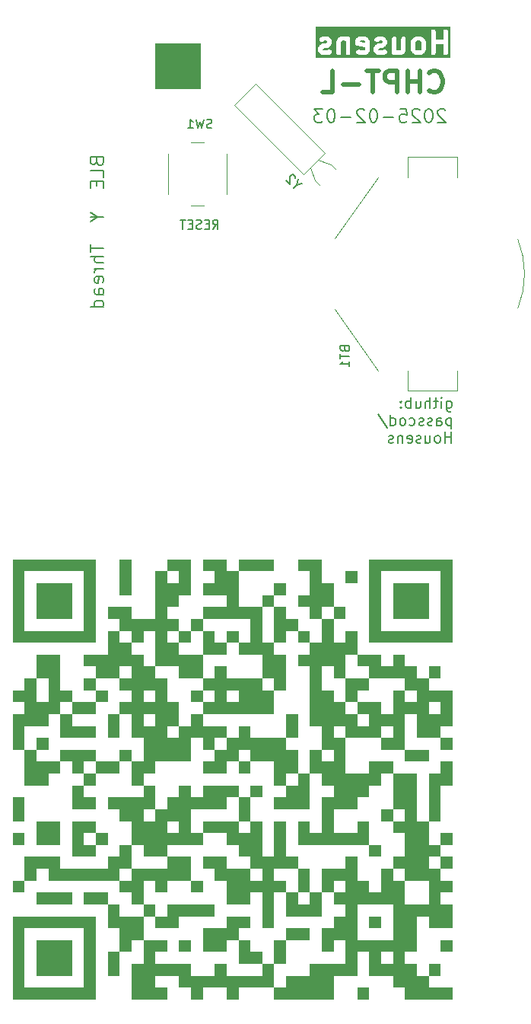
<source format=gbr>
%TF.GenerationSoftware,KiCad,Pcbnew,8.0.7*%
%TF.CreationDate,2025-02-03T23:56:31+13:00*%
%TF.ProjectId,Housens-L,486f7573-656e-4732-9d4c-2e6b69636164,002*%
%TF.SameCoordinates,Original*%
%TF.FileFunction,Legend,Bot*%
%TF.FilePolarity,Positive*%
%FSLAX46Y46*%
G04 Gerber Fmt 4.6, Leading zero omitted, Abs format (unit mm)*
G04 Created by KiCad (PCBNEW 8.0.7) date 2025-02-03 23:56:31*
%MOMM*%
%LPD*%
G01*
G04 APERTURE LIST*
%ADD10C,0.000000*%
%ADD11C,0.100000*%
%ADD12C,0.200000*%
%ADD13C,0.480000*%
%ADD14C,0.500000*%
%ADD15C,0.150000*%
%ADD16C,0.120000*%
G04 APERTURE END LIST*
D10*
G36*
X80135416Y-169200000D02*
G01*
X80135416Y-170522918D01*
X78812498Y-170522918D01*
X78812498Y-169200000D01*
X78812498Y-167877086D01*
X80135416Y-167877086D01*
X80135416Y-169200000D01*
G37*
G36*
X82781248Y-146710420D02*
G01*
X81458330Y-146710420D01*
X81458330Y-145387503D01*
X82781248Y-145387503D01*
X82781248Y-146710420D01*
G37*
G36*
X64260416Y-173168750D02*
G01*
X62937499Y-173168750D01*
X62937499Y-171845836D01*
X64260416Y-171845836D01*
X64260416Y-173168750D01*
G37*
G36*
X85427080Y-179783336D02*
G01*
X86749998Y-179783336D01*
X86749998Y-178460418D01*
X88072916Y-178460418D01*
X88072916Y-179783336D01*
X88072916Y-181106250D01*
X86749998Y-181106250D01*
X85427080Y-181106250D01*
X84104166Y-181106250D01*
X84104166Y-179783336D01*
X84104166Y-178460418D01*
X85427080Y-178460418D01*
X85427080Y-179783336D01*
G37*
G36*
X84104166Y-148033336D02*
G01*
X85427080Y-148033336D01*
X85427080Y-149356253D01*
X84104166Y-149356253D01*
X84104166Y-150679169D01*
X82781248Y-150679169D01*
X82781248Y-149356253D01*
X82781248Y-148033336D01*
X82781248Y-146710420D01*
X84104166Y-146710420D01*
X84104166Y-148033336D01*
G37*
G36*
X96010416Y-170522918D02*
G01*
X94687498Y-170522918D01*
X94687498Y-169200000D01*
X96010416Y-169200000D01*
X96010416Y-170522918D01*
G37*
G36*
X62937499Y-171845836D02*
G01*
X61614583Y-171845836D01*
X61614583Y-173168750D01*
X62937499Y-173168750D01*
X62937499Y-174491668D01*
X61614583Y-174491668D01*
X60291666Y-174491668D01*
X60291666Y-173168750D01*
X60291666Y-171845836D01*
X60291666Y-170522918D01*
X61614583Y-170522918D01*
X62937499Y-170522918D01*
X62937499Y-171845836D01*
G37*
G36*
X60291666Y-145387503D02*
G01*
X60291666Y-146710420D01*
X60291666Y-148033336D01*
X58968750Y-148033336D01*
X57645833Y-148033336D01*
X56322916Y-148033336D01*
X56322916Y-146710420D01*
X56322916Y-145387503D01*
X56322916Y-144064586D01*
X57645833Y-144064586D01*
X58968750Y-144064586D01*
X60291666Y-144064586D01*
X60291666Y-145387503D01*
G37*
G36*
X60291666Y-159939586D02*
G01*
X61614583Y-159939586D01*
X62937499Y-159939586D01*
X62937499Y-161262502D01*
X61614583Y-161262502D01*
X60291666Y-161262502D01*
X58968750Y-161262502D01*
X58968750Y-159939586D01*
X58968750Y-158616668D01*
X60291666Y-158616668D01*
X60291666Y-159939586D01*
G37*
G36*
X66906250Y-163908336D02*
G01*
X65583332Y-163908336D01*
X65583332Y-162585418D01*
X66906250Y-162585418D01*
X66906250Y-163908336D01*
G37*
G36*
X60291666Y-179783336D02*
G01*
X58968750Y-179783336D01*
X57645833Y-179783336D01*
X56322916Y-179783336D01*
X56322916Y-178460418D01*
X57645833Y-178460418D01*
X58968750Y-178460418D01*
X60291666Y-178460418D01*
X60291666Y-179783336D01*
G37*
G36*
X64260416Y-179783336D02*
G01*
X62937499Y-179783336D01*
X61614583Y-179783336D01*
X61614583Y-178460418D01*
X62937499Y-178460418D01*
X64260416Y-178460418D01*
X64260416Y-179783336D01*
G37*
G36*
X82781248Y-142741670D02*
G01*
X81458330Y-142741670D01*
X80135416Y-142741670D01*
X78812498Y-142741670D01*
X78812498Y-141418753D01*
X80135416Y-141418753D01*
X81458330Y-141418753D01*
X82781248Y-141418753D01*
X82781248Y-142741670D01*
G37*
G36*
X56322916Y-163908336D02*
G01*
X57645833Y-163908336D01*
X58968750Y-163908336D01*
X58968750Y-162585418D01*
X60291666Y-162585418D01*
X61614583Y-162585418D01*
X62937499Y-162585418D01*
X62937499Y-163908336D01*
X61614583Y-163908336D01*
X61614583Y-165231252D01*
X60291666Y-165231252D01*
X60291666Y-163908336D01*
X58968750Y-163908336D01*
X58968750Y-165231252D01*
X57645833Y-165231252D01*
X57645833Y-166554168D01*
X56322916Y-166554168D01*
X55000000Y-166554168D01*
X55000000Y-165231252D01*
X55000000Y-163908336D01*
X55000000Y-162585418D01*
X56322916Y-162585418D01*
X56322916Y-163908336D01*
G37*
G36*
X94687498Y-182429168D02*
G01*
X93364580Y-182429168D01*
X93364580Y-181106250D01*
X94687498Y-181106250D01*
X94687498Y-182429168D01*
G37*
G36*
X88072916Y-142741670D02*
G01*
X88072916Y-144064586D01*
X89395830Y-144064586D01*
X89395830Y-145387503D01*
X89395830Y-146710420D01*
X88072916Y-146710420D01*
X88072916Y-148033336D01*
X86749998Y-148033336D01*
X86749998Y-146710420D01*
X85427080Y-146710420D01*
X85427080Y-145387503D01*
X86749998Y-145387503D01*
X86749998Y-144064586D01*
X86749998Y-142741670D01*
X85427080Y-142741670D01*
X85427080Y-141418753D01*
X86749998Y-141418753D01*
X88072916Y-141418753D01*
X88072916Y-142741670D01*
G37*
G36*
X60291666Y-185075000D02*
G01*
X60291666Y-186397918D01*
X60291666Y-187720832D01*
X58968750Y-187720832D01*
X57645833Y-187720832D01*
X56322916Y-187720832D01*
X56322916Y-186397918D01*
X56322916Y-185075000D01*
X56322916Y-183752086D01*
X57645833Y-183752086D01*
X58968750Y-183752086D01*
X60291666Y-183752086D01*
X60291666Y-185075000D01*
G37*
G36*
X73520832Y-185075000D02*
G01*
X72197916Y-185075000D01*
X72197916Y-183752086D01*
X73520832Y-183752086D01*
X73520832Y-185075000D01*
G37*
G36*
X94687498Y-174491668D02*
G01*
X93364580Y-174491668D01*
X93364580Y-173168750D01*
X94687498Y-173168750D01*
X94687498Y-174491668D01*
G37*
G36*
X69552082Y-167877086D02*
G01*
X69552082Y-169200000D01*
X70874998Y-169200000D01*
X70874998Y-167877086D01*
X72197916Y-167877086D01*
X72197916Y-166554168D01*
X73520832Y-166554168D01*
X73520832Y-167877086D01*
X74843748Y-167877086D01*
X74843748Y-166554168D01*
X76166666Y-166554168D01*
X77489582Y-166554168D01*
X78812498Y-166554168D01*
X78812498Y-167877086D01*
X77489582Y-167877086D01*
X77489582Y-169200000D01*
X76166666Y-169200000D01*
X74843748Y-169200000D01*
X73520832Y-169200000D01*
X73520832Y-170522918D01*
X73520832Y-171845836D01*
X74843748Y-171845836D01*
X74843748Y-170522918D01*
X76166666Y-170522918D01*
X77489582Y-170522918D01*
X78812498Y-170522918D01*
X78812498Y-171845836D01*
X80135416Y-171845836D01*
X80135416Y-170522918D01*
X81458330Y-170522918D01*
X81458330Y-171845836D01*
X81458330Y-173168750D01*
X81458330Y-174491668D01*
X82781248Y-174491668D01*
X82781248Y-173168750D01*
X82781248Y-171845836D01*
X82781248Y-170522918D01*
X84104166Y-170522918D01*
X84104166Y-171845836D01*
X84104166Y-173168750D01*
X84104166Y-174491668D01*
X85427080Y-174491668D01*
X85427080Y-175814586D01*
X84104166Y-175814586D01*
X82781248Y-175814586D01*
X82781248Y-177137500D01*
X84104166Y-177137500D01*
X84104166Y-178460418D01*
X82781248Y-178460418D01*
X82781248Y-179783336D01*
X82781248Y-181106250D01*
X82781248Y-182429168D01*
X81458330Y-182429168D01*
X81458330Y-181106250D01*
X81458330Y-179783336D01*
X81458330Y-178460418D01*
X80135416Y-178460418D01*
X80135416Y-179783336D01*
X78812498Y-179783336D01*
X77489582Y-179783336D01*
X77489582Y-178460418D01*
X77489582Y-177137500D01*
X76166666Y-177137500D01*
X76166666Y-175814586D01*
X74843748Y-175814586D01*
X74843748Y-174491668D01*
X76166666Y-174491668D01*
X77489582Y-174491668D01*
X77489582Y-175814586D01*
X78812498Y-175814586D01*
X80135416Y-175814586D01*
X80135416Y-177137500D01*
X81458330Y-177137500D01*
X81458330Y-175814586D01*
X80135416Y-175814586D01*
X80135416Y-174491668D01*
X78812498Y-174491668D01*
X78812498Y-173168750D01*
X77489582Y-173168750D01*
X77489582Y-171845836D01*
X76166666Y-171845836D01*
X74843748Y-171845836D01*
X74843748Y-173168750D01*
X73520832Y-173168750D01*
X72197916Y-173168750D01*
X70874998Y-173168750D01*
X70874998Y-174491668D01*
X69552082Y-174491668D01*
X68229166Y-174491668D01*
X68229166Y-173168750D01*
X66906250Y-173168750D01*
X66906250Y-171845836D01*
X66906250Y-170522918D01*
X65583332Y-170522918D01*
X65583332Y-169200000D01*
X68229166Y-169200000D01*
X68229166Y-170522918D01*
X69552082Y-170522918D01*
X70874998Y-170522918D01*
X70874998Y-171845836D01*
X72197916Y-171845836D01*
X72197916Y-170522918D01*
X70874998Y-170522918D01*
X69552082Y-170522918D01*
X69552082Y-169200000D01*
X68229166Y-169200000D01*
X65583332Y-169200000D01*
X64260416Y-169200000D01*
X64260416Y-167877086D01*
X65583332Y-167877086D01*
X66906250Y-167877086D01*
X68229166Y-167877086D01*
X68229166Y-166554168D01*
X69552082Y-166554168D01*
X69552082Y-167877086D01*
G37*
G36*
X90718748Y-148033336D02*
G01*
X89395830Y-148033336D01*
X89395830Y-146710420D01*
X90718748Y-146710420D01*
X90718748Y-148033336D01*
G37*
G36*
X61614583Y-167877086D02*
G01*
X62937499Y-167877086D01*
X62937499Y-169200000D01*
X61614583Y-169200000D01*
X60291666Y-169200000D01*
X60291666Y-167877086D01*
X60291666Y-166554168D01*
X61614583Y-166554168D01*
X61614583Y-167877086D01*
G37*
G36*
X99979162Y-145387503D02*
G01*
X99979162Y-146710420D01*
X99979162Y-148033336D01*
X98656248Y-148033336D01*
X97333330Y-148033336D01*
X96010416Y-148033336D01*
X96010416Y-146710420D01*
X96010416Y-145387503D01*
X96010416Y-144064586D01*
X97333330Y-144064586D01*
X98656248Y-144064586D01*
X99979162Y-144064586D01*
X99979162Y-145387503D01*
G37*
G36*
X65583332Y-159939586D02*
G01*
X65583332Y-161262502D01*
X64260416Y-161262502D01*
X64260416Y-159939586D01*
X64260416Y-158616668D01*
X65583332Y-158616668D01*
X65583332Y-159939586D01*
G37*
G36*
X99979162Y-163908336D02*
G01*
X98656248Y-163908336D01*
X97333330Y-163908336D01*
X97333330Y-162585418D01*
X98656248Y-162585418D01*
X99979162Y-162585418D01*
X99979162Y-163908336D01*
G37*
G36*
X93364580Y-190366668D02*
G01*
X92041666Y-190366668D01*
X92041666Y-189043750D01*
X93364580Y-189043750D01*
X93364580Y-190366668D01*
G37*
G36*
X74843748Y-178460418D02*
G01*
X73520832Y-178460418D01*
X73520832Y-177137500D01*
X74843748Y-177137500D01*
X74843748Y-178460418D01*
G37*
G36*
X65583332Y-181106250D02*
G01*
X66906250Y-181106250D01*
X68229166Y-181106250D01*
X68229166Y-182429168D01*
X68229166Y-183752086D01*
X66906250Y-183752086D01*
X66906250Y-185075000D01*
X65583332Y-185075000D01*
X65583332Y-183752086D01*
X65583332Y-182429168D01*
X64260416Y-182429168D01*
X64260416Y-181106250D01*
X64260416Y-179783336D01*
X65583332Y-179783336D01*
X65583332Y-181106250D01*
G37*
G36*
X80135416Y-165231252D02*
G01*
X78812498Y-165231252D01*
X78812498Y-163908336D01*
X80135416Y-163908336D01*
X80135416Y-165231252D01*
G37*
G36*
X62937499Y-155970836D02*
G01*
X61614583Y-155970836D01*
X61614583Y-154647920D01*
X62937499Y-154647920D01*
X62937499Y-155970836D01*
G37*
G36*
X70874998Y-185075000D02*
G01*
X69552082Y-185075000D01*
X69552082Y-186397918D01*
X70874998Y-186397918D01*
X72197916Y-186397918D01*
X73520832Y-186397918D01*
X73520832Y-187720832D01*
X74843748Y-187720832D01*
X76166666Y-187720832D01*
X76166666Y-186397918D01*
X77489582Y-186397918D01*
X77489582Y-187720832D01*
X81458330Y-187720832D01*
X81458330Y-186397918D01*
X82781248Y-186397918D01*
X82781248Y-187720832D01*
X82781248Y-189043750D01*
X81458330Y-189043750D01*
X80135416Y-189043750D01*
X78812498Y-189043750D01*
X78812498Y-190366668D01*
X77489582Y-190366668D01*
X77489582Y-189043750D01*
X76166666Y-189043750D01*
X74843748Y-189043750D01*
X74843748Y-190366668D01*
X73520832Y-190366668D01*
X73520832Y-189043750D01*
X72197916Y-189043750D01*
X72197916Y-187720832D01*
X70874998Y-187720832D01*
X69552082Y-187720832D01*
X69552082Y-189043750D01*
X70874998Y-189043750D01*
X70874998Y-190366668D01*
X69552082Y-190366668D01*
X68229166Y-190366668D01*
X66906250Y-190366668D01*
X66906250Y-189043750D01*
X66906250Y-187720832D01*
X66906250Y-186397918D01*
X68229166Y-186397918D01*
X68229166Y-185075000D01*
X68229166Y-183752086D01*
X69552082Y-183752086D01*
X70874998Y-183752086D01*
X70874998Y-185075000D01*
G37*
G36*
X58968750Y-171845836D02*
G01*
X58968750Y-173168750D01*
X57645833Y-173168750D01*
X56322916Y-173168750D01*
X56322916Y-171845836D01*
X56322916Y-170522918D01*
X57645833Y-170522918D01*
X58968750Y-170522918D01*
X58968750Y-171845836D01*
G37*
G36*
X101302080Y-154647920D02*
G01*
X99979162Y-154647920D01*
X99979162Y-153325002D01*
X101302080Y-153325002D01*
X101302080Y-154647920D01*
G37*
G36*
X80135416Y-161262502D02*
G01*
X81458330Y-161262502D01*
X82781248Y-161262502D01*
X84104166Y-161262502D01*
X84104166Y-162585418D01*
X85427080Y-162585418D01*
X85427080Y-163908336D01*
X85427080Y-165231252D01*
X84104166Y-165231252D01*
X84104166Y-166554168D01*
X82781248Y-166554168D01*
X82781248Y-165231252D01*
X82781248Y-163908336D01*
X81458330Y-163908336D01*
X80135416Y-163908336D01*
X80135416Y-162585418D01*
X78812498Y-162585418D01*
X78812498Y-163908336D01*
X77489582Y-163908336D01*
X77489582Y-165231252D01*
X76166666Y-165231252D01*
X74843748Y-165231252D01*
X74843748Y-163908336D01*
X76166666Y-163908336D01*
X76166666Y-162585418D01*
X77489582Y-162585418D01*
X77489582Y-161262502D01*
X78812498Y-161262502D01*
X78812498Y-159939586D01*
X80135416Y-159939586D01*
X80135416Y-161262502D01*
G37*
G36*
X57645833Y-162585418D02*
G01*
X56322916Y-162585418D01*
X56322916Y-161262502D01*
X57645833Y-161262502D01*
X57645833Y-162585418D01*
G37*
G36*
X65583332Y-165231252D02*
G01*
X64260416Y-165231252D01*
X62937499Y-165231252D01*
X62937499Y-163908336D01*
X64260416Y-163908336D01*
X65583332Y-163908336D01*
X65583332Y-165231252D01*
G37*
G36*
X93364580Y-155970836D02*
G01*
X92041666Y-155970836D01*
X92041666Y-157293752D01*
X90718748Y-157293752D01*
X90718748Y-155970836D01*
X90718748Y-154647920D01*
X92041666Y-154647920D01*
X93364580Y-154647920D01*
X93364580Y-155970836D01*
G37*
G36*
X77489582Y-142741670D02*
G01*
X78812498Y-142741670D01*
X78812498Y-144064586D01*
X78812498Y-145387503D01*
X78812498Y-146710420D01*
X80135416Y-146710420D01*
X81458330Y-146710420D01*
X81458330Y-148033336D01*
X81458330Y-149356253D01*
X81458330Y-150679169D01*
X82781248Y-150679169D01*
X82781248Y-152002086D01*
X84104166Y-152002086D01*
X84104166Y-153325002D01*
X84104166Y-154647920D01*
X84104166Y-155970836D01*
X82781248Y-155970836D01*
X82781248Y-154647920D01*
X81458330Y-154647920D01*
X81458330Y-155970836D01*
X82781248Y-155970836D01*
X82781248Y-157293752D01*
X82781248Y-158616668D01*
X81458330Y-158616668D01*
X80135416Y-158616668D01*
X78812498Y-158616668D01*
X77489582Y-158616668D01*
X76166666Y-158616668D01*
X74843748Y-158616668D01*
X74843748Y-157293752D01*
X76166666Y-157293752D01*
X76166666Y-155970836D01*
X77489582Y-155970836D01*
X77489582Y-157293752D01*
X78812498Y-157293752D01*
X78812498Y-155970836D01*
X77489582Y-155970836D01*
X76166666Y-155970836D01*
X74843748Y-155970836D01*
X74843748Y-154647920D01*
X76166666Y-154647920D01*
X76166666Y-153325002D01*
X77489582Y-153325002D01*
X77489582Y-154647920D01*
X78812498Y-154647920D01*
X80135416Y-154647920D01*
X81458330Y-154647920D01*
X81458330Y-153325002D01*
X81458330Y-152002086D01*
X80135416Y-152002086D01*
X78812498Y-152002086D01*
X78812498Y-150679169D01*
X80135416Y-150679169D01*
X80135416Y-149356253D01*
X80135416Y-148033336D01*
X78812498Y-148033336D01*
X77489582Y-148033336D01*
X76166666Y-148033336D01*
X74843748Y-148033336D01*
X74843748Y-146710420D01*
X76166666Y-146710420D01*
X77489582Y-146710420D01*
X77489582Y-145387503D01*
X76166666Y-145387503D01*
X74843748Y-145387503D01*
X74843748Y-144064586D01*
X76166666Y-144064586D01*
X76166666Y-142741670D01*
X74843748Y-142741670D01*
X74843748Y-141418753D01*
X76166666Y-141418753D01*
X77489582Y-141418753D01*
X77489582Y-142741670D01*
G37*
G36*
X80135416Y-185075000D02*
G01*
X81458330Y-185075000D01*
X81458330Y-186397918D01*
X80135416Y-186397918D01*
X78812498Y-186397918D01*
X78812498Y-185075000D01*
X78812498Y-183752086D01*
X80135416Y-183752086D01*
X80135416Y-185075000D01*
G37*
G36*
X66906250Y-142741670D02*
G01*
X66906250Y-144064586D01*
X66906250Y-145387503D01*
X65583332Y-145387503D01*
X65583332Y-144064586D01*
X65583332Y-142741670D01*
X65583332Y-141418753D01*
X66906250Y-141418753D01*
X66906250Y-142741670D01*
G37*
G36*
X102624998Y-165231252D02*
G01*
X102624998Y-166554168D01*
X101302080Y-166554168D01*
X101302080Y-167877086D01*
X101302080Y-169200000D01*
X101302080Y-170522918D01*
X99979162Y-170522918D01*
X99979162Y-169200000D01*
X99979162Y-167877086D01*
X99979162Y-166554168D01*
X99979162Y-165231252D01*
X101302080Y-165231252D01*
X101302080Y-163908336D01*
X102624998Y-163908336D01*
X102624998Y-165231252D01*
G37*
G36*
X73520832Y-150679169D02*
G01*
X72197916Y-150679169D01*
X72197916Y-149356253D01*
X73520832Y-149356253D01*
X73520832Y-150679169D01*
G37*
D11*
X69500000Y-84000000D02*
X74500000Y-84000000D01*
X74500000Y-89000000D01*
X69500000Y-89000000D01*
X69500000Y-84000000D01*
G36*
X69500000Y-84000000D02*
G01*
X74500000Y-84000000D01*
X74500000Y-89000000D01*
X69500000Y-89000000D01*
X69500000Y-84000000D01*
G37*
D10*
G36*
X85427080Y-159939586D02*
G01*
X85427080Y-161262502D01*
X84104166Y-161262502D01*
X84104166Y-159939586D01*
X84104166Y-158616668D01*
X85427080Y-158616668D01*
X85427080Y-159939586D01*
G37*
G36*
X86749998Y-177137500D02*
G01*
X86749998Y-178460418D01*
X85427080Y-178460418D01*
X85427080Y-177137500D01*
X85427080Y-175814586D01*
X86749998Y-175814586D01*
X86749998Y-177137500D01*
G37*
G36*
X86749998Y-166554168D02*
G01*
X86749998Y-167877086D01*
X86749998Y-169200000D01*
X85427080Y-169200000D01*
X84104166Y-169200000D01*
X82781248Y-169200000D01*
X82781248Y-167877086D01*
X84104166Y-167877086D01*
X84104166Y-166554168D01*
X85427080Y-166554168D01*
X85427080Y-165231252D01*
X86749998Y-165231252D01*
X86749998Y-166554168D01*
G37*
G36*
X78812498Y-150679169D02*
G01*
X77489582Y-150679169D01*
X77489582Y-149356253D01*
X78812498Y-149356253D01*
X78812498Y-150679169D01*
G37*
G36*
X102624998Y-142741670D02*
G01*
X102624998Y-144064586D01*
X102624998Y-145387503D01*
X102624998Y-146710420D01*
X102624998Y-148033336D01*
X102624998Y-149356253D01*
X102624998Y-150679169D01*
X101302080Y-150679169D01*
X99979162Y-150679169D01*
X98656248Y-150679169D01*
X97333330Y-150679169D01*
X96010416Y-150679169D01*
X94687498Y-150679169D01*
X93364580Y-150679169D01*
X93364580Y-149356253D01*
X93364580Y-148033336D01*
X93364580Y-146710420D01*
X93364580Y-145387503D01*
X94687498Y-145387503D01*
X94687498Y-146710420D01*
X94687498Y-148033336D01*
X94687498Y-149356253D01*
X96010416Y-149356253D01*
X97333330Y-149356253D01*
X98656248Y-149356253D01*
X99979162Y-149356253D01*
X101302080Y-149356253D01*
X101302080Y-148033336D01*
X101302080Y-146710420D01*
X101302080Y-145387503D01*
X101302080Y-144064586D01*
X101302080Y-142741670D01*
X99979162Y-142741670D01*
X98656248Y-142741670D01*
X97333330Y-142741670D01*
X96010416Y-142741670D01*
X94687498Y-142741670D01*
X94687498Y-144064586D01*
X94687498Y-145387503D01*
X93364580Y-145387503D01*
X93364580Y-144064586D01*
X93364580Y-142741670D01*
X93364580Y-141418753D01*
X94687498Y-141418753D01*
X96010416Y-141418753D01*
X97333330Y-141418753D01*
X98656248Y-141418753D01*
X99979162Y-141418753D01*
X101302080Y-141418753D01*
X102624998Y-141418753D01*
X102624998Y-142741670D01*
G37*
G36*
X86749998Y-150679169D02*
G01*
X85427080Y-150679169D01*
X85427080Y-149356253D01*
X86749998Y-149356253D01*
X86749998Y-150679169D01*
G37*
G36*
X65583332Y-186397918D02*
G01*
X65583332Y-187720832D01*
X64260416Y-187720832D01*
X64260416Y-186397918D01*
X64260416Y-185075000D01*
X65583332Y-185075000D01*
X65583332Y-186397918D01*
G37*
G36*
X55000000Y-178460418D02*
G01*
X53677083Y-178460418D01*
X53677083Y-177137500D01*
X55000000Y-177137500D01*
X55000000Y-178460418D01*
G37*
G36*
X86749998Y-183752086D02*
G01*
X85427080Y-183752086D01*
X84104166Y-183752086D01*
X84104166Y-182429168D01*
X85427080Y-182429168D01*
X86749998Y-182429168D01*
X86749998Y-183752086D01*
G37*
G36*
X62937499Y-142741670D02*
G01*
X62937499Y-144064586D01*
X62937499Y-145387503D01*
X62937499Y-146710420D01*
X62937499Y-148033336D01*
X62937499Y-149356253D01*
X62937499Y-150679169D01*
X61614583Y-150679169D01*
X60291666Y-150679169D01*
X58968750Y-150679169D01*
X57645833Y-150679169D01*
X56322916Y-150679169D01*
X55000000Y-150679169D01*
X53677083Y-150679169D01*
X53677083Y-149356253D01*
X53677083Y-148033336D01*
X53677083Y-146710420D01*
X53677083Y-145387503D01*
X55000000Y-145387503D01*
X55000000Y-146710420D01*
X55000000Y-148033336D01*
X55000000Y-149356253D01*
X56322916Y-149356253D01*
X57645833Y-149356253D01*
X58968750Y-149356253D01*
X60291666Y-149356253D01*
X61614583Y-149356253D01*
X61614583Y-148033336D01*
X61614583Y-146710420D01*
X61614583Y-145387503D01*
X61614583Y-144064586D01*
X61614583Y-142741670D01*
X60291666Y-142741670D01*
X58968750Y-142741670D01*
X57645833Y-142741670D01*
X56322916Y-142741670D01*
X55000000Y-142741670D01*
X55000000Y-144064586D01*
X55000000Y-145387503D01*
X53677083Y-145387503D01*
X53677083Y-144064586D01*
X53677083Y-142741670D01*
X53677083Y-141418753D01*
X55000000Y-141418753D01*
X56322916Y-141418753D01*
X57645833Y-141418753D01*
X58968750Y-141418753D01*
X60291666Y-141418753D01*
X61614583Y-141418753D01*
X62937499Y-141418753D01*
X62937499Y-142741670D01*
G37*
G36*
X89395830Y-149356253D02*
G01*
X89395830Y-150679169D01*
X90718748Y-150679169D01*
X90718748Y-149356253D01*
X92041666Y-149356253D01*
X92041666Y-150679169D01*
X92041666Y-152002086D01*
X90718748Y-152002086D01*
X90718748Y-153325002D01*
X90718748Y-154647920D01*
X89395830Y-154647920D01*
X89395830Y-153325002D01*
X88072916Y-153325002D01*
X88072916Y-154647920D01*
X88072916Y-155970836D01*
X89395830Y-155970836D01*
X89395830Y-157293752D01*
X90718748Y-157293752D01*
X90718748Y-158616668D01*
X92041666Y-158616668D01*
X92041666Y-159939586D01*
X93364580Y-159939586D01*
X93364580Y-158616668D01*
X92041666Y-158616668D01*
X92041666Y-157293752D01*
X93364580Y-157293752D01*
X94687498Y-157293752D01*
X94687498Y-158616668D01*
X96010416Y-158616668D01*
X96010416Y-157293752D01*
X96010416Y-155970836D01*
X97333330Y-155970836D01*
X97333330Y-157293752D01*
X98656248Y-157293752D01*
X99979162Y-157293752D01*
X99979162Y-158616668D01*
X101302080Y-158616668D01*
X101302080Y-157293752D01*
X99979162Y-157293752D01*
X98656248Y-157293752D01*
X98656248Y-155970836D01*
X97333330Y-155970836D01*
X97333330Y-154647920D01*
X96010416Y-154647920D01*
X94687498Y-154647920D01*
X93364580Y-154647920D01*
X93364580Y-153325002D01*
X92041666Y-153325002D01*
X92041666Y-152002086D01*
X93364580Y-152002086D01*
X94687498Y-152002086D01*
X94687498Y-153325002D01*
X96010416Y-153325002D01*
X96010416Y-152002086D01*
X97333330Y-152002086D01*
X97333330Y-153325002D01*
X98656248Y-153325002D01*
X98656248Y-154647920D01*
X99979162Y-154647920D01*
X99979162Y-155970836D01*
X101302080Y-155970836D01*
X102624998Y-155970836D01*
X102624998Y-157293752D01*
X102624998Y-158616668D01*
X102624998Y-159939586D01*
X101302080Y-159939586D01*
X101302080Y-161262502D01*
X99979162Y-161262502D01*
X98656248Y-161262502D01*
X98656248Y-159939586D01*
X98656248Y-158616668D01*
X97333330Y-158616668D01*
X97333330Y-159939586D01*
X97333330Y-161262502D01*
X97333330Y-162585418D01*
X96010416Y-162585418D01*
X94687498Y-162585418D01*
X94687498Y-161262502D01*
X96010416Y-161262502D01*
X96010416Y-159939586D01*
X94687498Y-159939586D01*
X94687498Y-161262502D01*
X93364580Y-161262502D01*
X92041666Y-161262502D01*
X90718748Y-161262502D01*
X90718748Y-162585418D01*
X90718748Y-163908336D01*
X90718748Y-165231252D01*
X93364580Y-165231252D01*
X93364580Y-163908336D01*
X94687498Y-163908336D01*
X96010416Y-163908336D01*
X96010416Y-165231252D01*
X94687498Y-165231252D01*
X94687498Y-166554168D01*
X93364580Y-166554168D01*
X93364580Y-167877086D01*
X92041666Y-167877086D01*
X92041666Y-169200000D01*
X90718748Y-169200000D01*
X89395830Y-169200000D01*
X89395830Y-170522918D01*
X89395830Y-171845836D01*
X90718748Y-171845836D01*
X92041666Y-171845836D01*
X92041666Y-170522918D01*
X93364580Y-170522918D01*
X93364580Y-171845836D01*
X93364580Y-173168750D01*
X92041666Y-173168750D01*
X90718748Y-173168750D01*
X89395830Y-173168750D01*
X88072916Y-173168750D01*
X86749998Y-173168750D01*
X85427080Y-173168750D01*
X85427080Y-171845836D01*
X85427080Y-170522918D01*
X86749998Y-170522918D01*
X86749998Y-171845836D01*
X88072916Y-171845836D01*
X88072916Y-170522918D01*
X88072916Y-169200000D01*
X88072916Y-167877086D01*
X89395830Y-167877086D01*
X89395830Y-166554168D01*
X88072916Y-166554168D01*
X88072916Y-165231252D01*
X86749998Y-165231252D01*
X86749998Y-163908336D01*
X86749998Y-162585418D01*
X88072916Y-162585418D01*
X88072916Y-163908336D01*
X89395830Y-163908336D01*
X89395830Y-162585418D01*
X88072916Y-162585418D01*
X88072916Y-161262502D01*
X88072916Y-159939586D01*
X89395830Y-159939586D01*
X89395830Y-161262502D01*
X90718748Y-161262502D01*
X90718748Y-159939586D01*
X89395830Y-159939586D01*
X88072916Y-159939586D01*
X86749998Y-159939586D01*
X86749998Y-158616668D01*
X86749998Y-157293752D01*
X86749998Y-155970836D01*
X86749998Y-154647920D01*
X86749998Y-153325002D01*
X85427080Y-153325002D01*
X85427080Y-152002086D01*
X86749998Y-152002086D01*
X86749998Y-150679169D01*
X88072916Y-150679169D01*
X88072916Y-149356253D01*
X88072916Y-148033336D01*
X89395830Y-148033336D01*
X89395830Y-149356253D01*
G37*
G36*
X76166666Y-150679169D02*
G01*
X77489582Y-150679169D01*
X77489582Y-152002086D01*
X76166666Y-152002086D01*
X74843748Y-152002086D01*
X74843748Y-150679169D01*
X74843748Y-149356253D01*
X76166666Y-149356253D01*
X76166666Y-150679169D01*
G37*
G36*
X76166666Y-181106250D02*
G01*
X74843748Y-181106250D01*
X73520832Y-181106250D01*
X72197916Y-181106250D01*
X72197916Y-182429168D01*
X70874998Y-182429168D01*
X69552082Y-182429168D01*
X69552082Y-181106250D01*
X70874998Y-181106250D01*
X70874998Y-179783336D01*
X72197916Y-179783336D01*
X73520832Y-179783336D01*
X74843748Y-179783336D01*
X76166666Y-179783336D01*
X76166666Y-181106250D01*
G37*
G36*
X66906250Y-174491668D02*
G01*
X66906250Y-175814586D01*
X65583332Y-175814586D01*
X65583332Y-177137500D01*
X64260416Y-177137500D01*
X62937499Y-177137500D01*
X61614583Y-177137500D01*
X60291666Y-177137500D01*
X58968750Y-177137500D01*
X57645833Y-177137500D01*
X57645833Y-175814586D01*
X56322916Y-175814586D01*
X56322916Y-177137500D01*
X55000000Y-177137500D01*
X55000000Y-175814586D01*
X55000000Y-174491668D01*
X56322916Y-174491668D01*
X57645833Y-174491668D01*
X58968750Y-174491668D01*
X58968750Y-175814586D01*
X60291666Y-175814586D01*
X61614583Y-175814586D01*
X62937499Y-175814586D01*
X64260416Y-175814586D01*
X64260416Y-174491668D01*
X65583332Y-174491668D01*
X65583332Y-173168750D01*
X66906250Y-173168750D01*
X66906250Y-174491668D01*
G37*
G36*
X74843748Y-149356253D02*
G01*
X73520832Y-149356253D01*
X73520832Y-148033336D01*
X74843748Y-148033336D01*
X74843748Y-149356253D01*
G37*
G36*
X73520832Y-142741670D02*
G01*
X73520832Y-144064586D01*
X73520832Y-145387503D01*
X72197916Y-145387503D01*
X72197916Y-146710420D01*
X70874998Y-146710420D01*
X70874998Y-148033336D01*
X72197916Y-148033336D01*
X72197916Y-149356253D01*
X70874998Y-149356253D01*
X70874998Y-150679169D01*
X72197916Y-150679169D01*
X72197916Y-152002086D01*
X73520832Y-152002086D01*
X74843748Y-152002086D01*
X74843748Y-153325002D01*
X74843748Y-154647920D01*
X73520832Y-154647920D01*
X72197916Y-154647920D01*
X72197916Y-153325002D01*
X70874998Y-153325002D01*
X69552082Y-153325002D01*
X69552082Y-154647920D01*
X70874998Y-154647920D01*
X70874998Y-155970836D01*
X70874998Y-157293752D01*
X72197916Y-157293752D01*
X72197916Y-158616668D01*
X72197916Y-159939586D01*
X73520832Y-159939586D01*
X73520832Y-158616668D01*
X74843748Y-158616668D01*
X74843748Y-159939586D01*
X76166666Y-159939586D01*
X77489582Y-159939586D01*
X77489582Y-161262502D01*
X76166666Y-161262502D01*
X76166666Y-162585418D01*
X74843748Y-162585418D01*
X74843748Y-161262502D01*
X73520832Y-161262502D01*
X73520832Y-162585418D01*
X73520832Y-163908336D01*
X72197916Y-163908336D01*
X70874998Y-163908336D01*
X69552082Y-163908336D01*
X69552082Y-165231252D01*
X68229166Y-165231252D01*
X68229166Y-166554168D01*
X66906250Y-166554168D01*
X66906250Y-165231252D01*
X66906250Y-163908336D01*
X68229166Y-163908336D01*
X68229166Y-162585418D01*
X68229166Y-161262502D01*
X66906250Y-161262502D01*
X66906250Y-159939586D01*
X66906250Y-158616668D01*
X68229166Y-158616668D01*
X68229166Y-159939586D01*
X69552082Y-159939586D01*
X70874998Y-159939586D01*
X70874998Y-161262502D01*
X72197916Y-161262502D01*
X72197916Y-159939586D01*
X70874998Y-159939586D01*
X69552082Y-159939586D01*
X69552082Y-158616668D01*
X68229166Y-158616668D01*
X66906250Y-158616668D01*
X65583332Y-158616668D01*
X65583332Y-157293752D01*
X66906250Y-157293752D01*
X66906250Y-155970836D01*
X68229166Y-155970836D01*
X68229166Y-157293752D01*
X69552082Y-157293752D01*
X69552082Y-155970836D01*
X68229166Y-155970836D01*
X66906250Y-155970836D01*
X65583332Y-155970836D01*
X65583332Y-154647920D01*
X66906250Y-154647920D01*
X66906250Y-153325002D01*
X65583332Y-153325002D01*
X65583332Y-154647920D01*
X64260416Y-154647920D01*
X62937499Y-154647920D01*
X62937499Y-153325002D01*
X61614583Y-153325002D01*
X61614583Y-152002086D01*
X62937499Y-152002086D01*
X64260416Y-152002086D01*
X64260416Y-150679169D01*
X64260416Y-149356253D01*
X65583332Y-149356253D01*
X65583332Y-150679169D01*
X66906250Y-150679169D01*
X66906250Y-152002086D01*
X68229166Y-152002086D01*
X68229166Y-153325002D01*
X69552082Y-153325002D01*
X69552082Y-152002086D01*
X69552082Y-150679169D01*
X69552082Y-149356253D01*
X68229166Y-149356253D01*
X68229166Y-150679169D01*
X66906250Y-150679169D01*
X66906250Y-149356253D01*
X65583332Y-149356253D01*
X65583332Y-148033336D01*
X64260416Y-148033336D01*
X64260416Y-146710420D01*
X65583332Y-146710420D01*
X66906250Y-146710420D01*
X66906250Y-148033336D01*
X68229166Y-148033336D01*
X69552082Y-148033336D01*
X69552082Y-146710420D01*
X69552082Y-145387503D01*
X69552082Y-144064586D01*
X69552082Y-142741670D01*
X70874998Y-142741670D01*
X70874998Y-144064586D01*
X72197916Y-144064586D01*
X72197916Y-142741670D01*
X70874998Y-142741670D01*
X70874998Y-141418753D01*
X72197916Y-141418753D01*
X73520832Y-141418753D01*
X73520832Y-142741670D01*
G37*
G36*
X98656248Y-166554168D02*
G01*
X98656248Y-167877086D01*
X98656248Y-169200000D01*
X98656248Y-170522918D01*
X99979162Y-170522918D01*
X99979162Y-171845836D01*
X99979162Y-173168750D01*
X101302080Y-173168750D01*
X101302080Y-174491668D01*
X99979162Y-174491668D01*
X99979162Y-175814586D01*
X101302080Y-175814586D01*
X101302080Y-177137500D01*
X102624998Y-177137500D01*
X102624998Y-178460418D01*
X101302080Y-178460418D01*
X101302080Y-179783336D01*
X102624998Y-179783336D01*
X102624998Y-181106250D01*
X102624998Y-182429168D01*
X101302080Y-182429168D01*
X99979162Y-182429168D01*
X99979162Y-181106250D01*
X98656248Y-181106250D01*
X98656248Y-182429168D01*
X98656248Y-183752086D01*
X98656248Y-185075000D01*
X97333330Y-185075000D01*
X97333330Y-186397918D01*
X98656248Y-186397918D01*
X98656248Y-187720832D01*
X99979162Y-187720832D01*
X99979162Y-189043750D01*
X101302080Y-189043750D01*
X102624998Y-189043750D01*
X102624998Y-190366668D01*
X101302080Y-190366668D01*
X99979162Y-190366668D01*
X98656248Y-190366668D01*
X97333330Y-190366668D01*
X97333330Y-189043750D01*
X96010416Y-189043750D01*
X96010416Y-187720832D01*
X94687498Y-187720832D01*
X93364580Y-187720832D01*
X93364580Y-186397918D01*
X93364580Y-185075000D01*
X94687498Y-185075000D01*
X94687498Y-186397918D01*
X96010416Y-186397918D01*
X96010416Y-185075000D01*
X94687498Y-185075000D01*
X93364580Y-185075000D01*
X92041666Y-185075000D01*
X92041666Y-186397918D01*
X92041666Y-187720832D01*
X90718748Y-187720832D01*
X89395830Y-187720832D01*
X89395830Y-189043750D01*
X89395830Y-190366668D01*
X88072916Y-190366668D01*
X86749998Y-190366668D01*
X85427080Y-190366668D01*
X84104166Y-190366668D01*
X82781248Y-190366668D01*
X82781248Y-189043750D01*
X84104166Y-189043750D01*
X84104166Y-187720832D01*
X85427080Y-187720832D01*
X86749998Y-187720832D01*
X86749998Y-186397918D01*
X88072916Y-186397918D01*
X89395830Y-186397918D01*
X90718748Y-186397918D01*
X90718748Y-185075000D01*
X90718748Y-183752086D01*
X89395830Y-183752086D01*
X89395830Y-185075000D01*
X88072916Y-185075000D01*
X88072916Y-183752086D01*
X88072916Y-182429168D01*
X89395830Y-182429168D01*
X92041666Y-182429168D01*
X92041666Y-183752086D01*
X93364580Y-183752086D01*
X94687498Y-183752086D01*
X96010416Y-183752086D01*
X96010416Y-182429168D01*
X96010416Y-181106250D01*
X96010416Y-179783336D01*
X97333330Y-179783336D01*
X98656248Y-179783336D01*
X99979162Y-179783336D01*
X99979162Y-178460418D01*
X99979162Y-177137500D01*
X98656248Y-177137500D01*
X97333330Y-177137500D01*
X97333330Y-178460418D01*
X97333330Y-179783336D01*
X96010416Y-179783336D01*
X94687498Y-179783336D01*
X93364580Y-179783336D01*
X92041666Y-179783336D01*
X92041666Y-181106250D01*
X92041666Y-182429168D01*
X89395830Y-182429168D01*
X89395830Y-181106250D01*
X90718748Y-181106250D01*
X90718748Y-179783336D01*
X89395830Y-179783336D01*
X89395830Y-178460418D01*
X90718748Y-178460418D01*
X90718748Y-177137500D01*
X89395830Y-177137500D01*
X89395830Y-178460418D01*
X88072916Y-178460418D01*
X88072916Y-177137500D01*
X88072916Y-175814586D01*
X89395830Y-175814586D01*
X90718748Y-175814586D01*
X90718748Y-174491668D01*
X92041666Y-174491668D01*
X92041666Y-175814586D01*
X92041666Y-177137500D01*
X93364580Y-177137500D01*
X93364580Y-178460418D01*
X94687498Y-178460418D01*
X94687498Y-177137500D01*
X94687498Y-175814586D01*
X96010416Y-175814586D01*
X96010416Y-177137500D01*
X97333330Y-177137500D01*
X97333330Y-175814586D01*
X96010416Y-175814586D01*
X96010416Y-174491668D01*
X97333330Y-174491668D01*
X97333330Y-173168750D01*
X97333330Y-171845836D01*
X96010416Y-171845836D01*
X96010416Y-170522918D01*
X97333330Y-170522918D01*
X97333330Y-169200000D01*
X96010416Y-169200000D01*
X96010416Y-167877086D01*
X96010416Y-166554168D01*
X96010416Y-165231252D01*
X97333330Y-165231252D01*
X98656248Y-165231252D01*
X98656248Y-166554168D01*
G37*
G36*
X62937499Y-166554168D02*
G01*
X61614583Y-166554168D01*
X61614583Y-165231252D01*
X62937499Y-165231252D01*
X62937499Y-166554168D01*
G37*
G36*
X102624998Y-175814586D02*
G01*
X101302080Y-175814586D01*
X101302080Y-174491668D01*
X102624998Y-174491668D01*
X102624998Y-175814586D01*
G37*
G36*
X84104166Y-185075000D02*
G01*
X84104166Y-186397918D01*
X82781248Y-186397918D01*
X82781248Y-185075000D01*
X82781248Y-183752086D01*
X84104166Y-183752086D01*
X84104166Y-185075000D01*
G37*
G36*
X102624998Y-162585418D02*
G01*
X101302080Y-162585418D01*
X101302080Y-161262502D01*
X102624998Y-161262502D01*
X102624998Y-162585418D01*
G37*
G36*
X80135416Y-182429168D02*
G01*
X78812498Y-182429168D01*
X78812498Y-183752086D01*
X77489582Y-183752086D01*
X77489582Y-185075000D01*
X76166666Y-185075000D01*
X74843748Y-185075000D01*
X74843748Y-183752086D01*
X74843748Y-182429168D01*
X76166666Y-182429168D01*
X77489582Y-182429168D01*
X77489582Y-181106250D01*
X78812498Y-181106250D01*
X80135416Y-181106250D01*
X80135416Y-182429168D01*
G37*
G36*
X58968750Y-153325002D02*
G01*
X58968750Y-154647920D01*
X58968750Y-155970836D01*
X60291666Y-155970836D01*
X60291666Y-157293752D01*
X58968750Y-157293752D01*
X58968750Y-158616668D01*
X57645833Y-158616668D01*
X57645833Y-159939586D01*
X56322916Y-159939586D01*
X55000000Y-159939586D01*
X55000000Y-161262502D01*
X55000000Y-162585418D01*
X53677083Y-162585418D01*
X53677083Y-161262502D01*
X53677083Y-159939586D01*
X53677083Y-158616668D01*
X55000000Y-158616668D01*
X55000000Y-157293752D01*
X56322916Y-157293752D01*
X57645833Y-157293752D01*
X57645833Y-155970836D01*
X57645833Y-154647920D01*
X56322916Y-154647920D01*
X56322916Y-155970836D01*
X56322916Y-157293752D01*
X55000000Y-157293752D01*
X53677083Y-157293752D01*
X53677083Y-155970836D01*
X55000000Y-155970836D01*
X55000000Y-154647920D01*
X56322916Y-154647920D01*
X56322916Y-153325002D01*
X56322916Y-152002086D01*
X57645833Y-152002086D01*
X58968750Y-152002086D01*
X58968750Y-153325002D01*
G37*
G36*
X62937499Y-182429168D02*
G01*
X62937499Y-183752086D01*
X62937499Y-185075000D01*
X62937499Y-186397918D01*
X62937499Y-187720832D01*
X62937499Y-189043750D01*
X62937499Y-190366668D01*
X61614583Y-190366668D01*
X60291666Y-190366668D01*
X58968750Y-190366668D01*
X57645833Y-190366668D01*
X56322916Y-190366668D01*
X55000000Y-190366668D01*
X53677083Y-190366668D01*
X53677083Y-189043750D01*
X53677083Y-187720832D01*
X53677083Y-186397918D01*
X53677083Y-185075000D01*
X55000000Y-185075000D01*
X55000000Y-186397918D01*
X55000000Y-187720832D01*
X55000000Y-189043750D01*
X61614583Y-189043750D01*
X61614583Y-187720832D01*
X61614583Y-186397918D01*
X61614583Y-185075000D01*
X61614583Y-183752086D01*
X61614583Y-182429168D01*
X60291666Y-182429168D01*
X58968750Y-182429168D01*
X57645833Y-182429168D01*
X56322916Y-182429168D01*
X55000000Y-182429168D01*
X55000000Y-183752086D01*
X55000000Y-185075000D01*
X53677083Y-185075000D01*
X53677083Y-183752086D01*
X53677083Y-182429168D01*
X53677083Y-181106250D01*
X55000000Y-181106250D01*
X56322916Y-181106250D01*
X57645833Y-181106250D01*
X58968750Y-181106250D01*
X60291666Y-181106250D01*
X61614583Y-181106250D01*
X62937499Y-181106250D01*
X62937499Y-182429168D01*
G37*
G36*
X101302080Y-187720832D02*
G01*
X99979162Y-187720832D01*
X99979162Y-186397918D01*
X101302080Y-186397918D01*
X101302080Y-187720832D01*
G37*
G36*
X81458330Y-167877086D02*
G01*
X80135416Y-167877086D01*
X80135416Y-166554168D01*
X81458330Y-166554168D01*
X81458330Y-167877086D01*
G37*
G36*
X74843748Y-157293752D02*
G01*
X73520832Y-157293752D01*
X73520832Y-155970836D01*
X74843748Y-155970836D01*
X74843748Y-157293752D01*
G37*
G36*
X73520832Y-175814586D02*
G01*
X73520832Y-177137500D01*
X72197916Y-177137500D01*
X70874998Y-177137500D01*
X70874998Y-178460418D01*
X69552082Y-178460418D01*
X69552082Y-177137500D01*
X68229166Y-177137500D01*
X68229166Y-178460418D01*
X68229166Y-179783336D01*
X66906250Y-179783336D01*
X66906250Y-178460418D01*
X65583332Y-178460418D01*
X65583332Y-177137500D01*
X66906250Y-177137500D01*
X66906250Y-175814586D01*
X68229166Y-175814586D01*
X69552082Y-175814586D01*
X70874998Y-175814586D01*
X70874998Y-174491668D01*
X72197916Y-174491668D01*
X73520832Y-174491668D01*
X73520832Y-175814586D01*
G37*
G36*
X64260416Y-157293752D02*
G01*
X62937499Y-157293752D01*
X62937499Y-155970836D01*
X64260416Y-155970836D01*
X64260416Y-157293752D01*
G37*
G36*
X92041666Y-144064586D02*
G01*
X90718748Y-144064586D01*
X90718748Y-142741670D01*
X92041666Y-142741670D01*
X92041666Y-144064586D01*
G37*
G36*
X69552082Y-181106250D02*
G01*
X68229166Y-181106250D01*
X68229166Y-179783336D01*
X69552082Y-179783336D01*
X69552082Y-181106250D01*
G37*
G36*
X102624998Y-185075000D02*
G01*
X101302080Y-185075000D01*
X101302080Y-183752086D01*
X102624998Y-183752086D01*
X102624998Y-185075000D01*
G37*
G36*
X84104166Y-145387503D02*
G01*
X82781248Y-145387503D01*
X82781248Y-144064586D01*
X84104166Y-144064586D01*
X84104166Y-145387503D01*
G37*
G36*
X102624998Y-173168750D02*
G01*
X101302080Y-173168750D01*
X101302080Y-171845836D01*
X102624998Y-171845836D01*
X102624998Y-173168750D01*
G37*
G36*
X55000000Y-173168750D02*
G01*
X53677083Y-173168750D01*
X53677083Y-171845836D01*
X55000000Y-171845836D01*
X55000000Y-173168750D01*
G37*
G36*
X55000000Y-169200000D02*
G01*
X55000000Y-170522918D01*
X53677083Y-170522918D01*
X53677083Y-169200000D01*
X53677083Y-167877086D01*
X55000000Y-167877086D01*
X55000000Y-169200000D01*
G37*
G36*
X62937499Y-158616668D02*
G01*
X61614583Y-158616668D01*
X60291666Y-158616668D01*
X60291666Y-157293752D01*
X61614583Y-157293752D01*
X62937499Y-157293752D01*
X62937499Y-158616668D01*
G37*
D12*
X63806028Y-103349999D02*
X62306028Y-103349999D01*
X101835712Y-91448885D02*
X101764284Y-91377457D01*
X101764284Y-91377457D02*
X101621427Y-91306028D01*
X101621427Y-91306028D02*
X101264284Y-91306028D01*
X101264284Y-91306028D02*
X101121427Y-91377457D01*
X101121427Y-91377457D02*
X101049998Y-91448885D01*
X101049998Y-91448885D02*
X100978569Y-91591742D01*
X100978569Y-91591742D02*
X100978569Y-91734600D01*
X100978569Y-91734600D02*
X101049998Y-91948885D01*
X101049998Y-91948885D02*
X101907141Y-92806028D01*
X101907141Y-92806028D02*
X100978569Y-92806028D01*
X100049998Y-91306028D02*
X99907141Y-91306028D01*
X99907141Y-91306028D02*
X99764284Y-91377457D01*
X99764284Y-91377457D02*
X99692856Y-91448885D01*
X99692856Y-91448885D02*
X99621427Y-91591742D01*
X99621427Y-91591742D02*
X99549998Y-91877457D01*
X99549998Y-91877457D02*
X99549998Y-92234600D01*
X99549998Y-92234600D02*
X99621427Y-92520314D01*
X99621427Y-92520314D02*
X99692856Y-92663171D01*
X99692856Y-92663171D02*
X99764284Y-92734600D01*
X99764284Y-92734600D02*
X99907141Y-92806028D01*
X99907141Y-92806028D02*
X100049998Y-92806028D01*
X100049998Y-92806028D02*
X100192856Y-92734600D01*
X100192856Y-92734600D02*
X100264284Y-92663171D01*
X100264284Y-92663171D02*
X100335713Y-92520314D01*
X100335713Y-92520314D02*
X100407141Y-92234600D01*
X100407141Y-92234600D02*
X100407141Y-91877457D01*
X100407141Y-91877457D02*
X100335713Y-91591742D01*
X100335713Y-91591742D02*
X100264284Y-91448885D01*
X100264284Y-91448885D02*
X100192856Y-91377457D01*
X100192856Y-91377457D02*
X100049998Y-91306028D01*
X98978570Y-91448885D02*
X98907142Y-91377457D01*
X98907142Y-91377457D02*
X98764285Y-91306028D01*
X98764285Y-91306028D02*
X98407142Y-91306028D01*
X98407142Y-91306028D02*
X98264285Y-91377457D01*
X98264285Y-91377457D02*
X98192856Y-91448885D01*
X98192856Y-91448885D02*
X98121427Y-91591742D01*
X98121427Y-91591742D02*
X98121427Y-91734600D01*
X98121427Y-91734600D02*
X98192856Y-91948885D01*
X98192856Y-91948885D02*
X99049999Y-92806028D01*
X99049999Y-92806028D02*
X98121427Y-92806028D01*
X96764285Y-91306028D02*
X97478571Y-91306028D01*
X97478571Y-91306028D02*
X97549999Y-92020314D01*
X97549999Y-92020314D02*
X97478571Y-91948885D01*
X97478571Y-91948885D02*
X97335714Y-91877457D01*
X97335714Y-91877457D02*
X96978571Y-91877457D01*
X96978571Y-91877457D02*
X96835714Y-91948885D01*
X96835714Y-91948885D02*
X96764285Y-92020314D01*
X96764285Y-92020314D02*
X96692856Y-92163171D01*
X96692856Y-92163171D02*
X96692856Y-92520314D01*
X96692856Y-92520314D02*
X96764285Y-92663171D01*
X96764285Y-92663171D02*
X96835714Y-92734600D01*
X96835714Y-92734600D02*
X96978571Y-92806028D01*
X96978571Y-92806028D02*
X97335714Y-92806028D01*
X97335714Y-92806028D02*
X97478571Y-92734600D01*
X97478571Y-92734600D02*
X97549999Y-92663171D01*
X96050000Y-92234600D02*
X94907143Y-92234600D01*
X93907142Y-91306028D02*
X93764285Y-91306028D01*
X93764285Y-91306028D02*
X93621428Y-91377457D01*
X93621428Y-91377457D02*
X93550000Y-91448885D01*
X93550000Y-91448885D02*
X93478571Y-91591742D01*
X93478571Y-91591742D02*
X93407142Y-91877457D01*
X93407142Y-91877457D02*
X93407142Y-92234600D01*
X93407142Y-92234600D02*
X93478571Y-92520314D01*
X93478571Y-92520314D02*
X93550000Y-92663171D01*
X93550000Y-92663171D02*
X93621428Y-92734600D01*
X93621428Y-92734600D02*
X93764285Y-92806028D01*
X93764285Y-92806028D02*
X93907142Y-92806028D01*
X93907142Y-92806028D02*
X94050000Y-92734600D01*
X94050000Y-92734600D02*
X94121428Y-92663171D01*
X94121428Y-92663171D02*
X94192857Y-92520314D01*
X94192857Y-92520314D02*
X94264285Y-92234600D01*
X94264285Y-92234600D02*
X94264285Y-91877457D01*
X94264285Y-91877457D02*
X94192857Y-91591742D01*
X94192857Y-91591742D02*
X94121428Y-91448885D01*
X94121428Y-91448885D02*
X94050000Y-91377457D01*
X94050000Y-91377457D02*
X93907142Y-91306028D01*
X92835714Y-91448885D02*
X92764286Y-91377457D01*
X92764286Y-91377457D02*
X92621429Y-91306028D01*
X92621429Y-91306028D02*
X92264286Y-91306028D01*
X92264286Y-91306028D02*
X92121429Y-91377457D01*
X92121429Y-91377457D02*
X92050000Y-91448885D01*
X92050000Y-91448885D02*
X91978571Y-91591742D01*
X91978571Y-91591742D02*
X91978571Y-91734600D01*
X91978571Y-91734600D02*
X92050000Y-91948885D01*
X92050000Y-91948885D02*
X92907143Y-92806028D01*
X92907143Y-92806028D02*
X91978571Y-92806028D01*
X91335715Y-92234600D02*
X90192858Y-92234600D01*
X89192857Y-91306028D02*
X89050000Y-91306028D01*
X89050000Y-91306028D02*
X88907143Y-91377457D01*
X88907143Y-91377457D02*
X88835715Y-91448885D01*
X88835715Y-91448885D02*
X88764286Y-91591742D01*
X88764286Y-91591742D02*
X88692857Y-91877457D01*
X88692857Y-91877457D02*
X88692857Y-92234600D01*
X88692857Y-92234600D02*
X88764286Y-92520314D01*
X88764286Y-92520314D02*
X88835715Y-92663171D01*
X88835715Y-92663171D02*
X88907143Y-92734600D01*
X88907143Y-92734600D02*
X89050000Y-92806028D01*
X89050000Y-92806028D02*
X89192857Y-92806028D01*
X89192857Y-92806028D02*
X89335715Y-92734600D01*
X89335715Y-92734600D02*
X89407143Y-92663171D01*
X89407143Y-92663171D02*
X89478572Y-92520314D01*
X89478572Y-92520314D02*
X89550000Y-92234600D01*
X89550000Y-92234600D02*
X89550000Y-91877457D01*
X89550000Y-91877457D02*
X89478572Y-91591742D01*
X89478572Y-91591742D02*
X89407143Y-91448885D01*
X89407143Y-91448885D02*
X89335715Y-91377457D01*
X89335715Y-91377457D02*
X89192857Y-91306028D01*
X88192858Y-91306028D02*
X87264286Y-91306028D01*
X87264286Y-91306028D02*
X87764286Y-91877457D01*
X87764286Y-91877457D02*
X87550001Y-91877457D01*
X87550001Y-91877457D02*
X87407144Y-91948885D01*
X87407144Y-91948885D02*
X87335715Y-92020314D01*
X87335715Y-92020314D02*
X87264286Y-92163171D01*
X87264286Y-92163171D02*
X87264286Y-92520314D01*
X87264286Y-92520314D02*
X87335715Y-92663171D01*
X87335715Y-92663171D02*
X87407144Y-92734600D01*
X87407144Y-92734600D02*
X87550001Y-92806028D01*
X87550001Y-92806028D02*
X87978572Y-92806028D01*
X87978572Y-92806028D02*
X88121429Y-92734600D01*
X88121429Y-92734600D02*
X88192858Y-92663171D01*
D13*
X100035713Y-89252754D02*
X100149999Y-89367040D01*
X100149999Y-89367040D02*
X100492856Y-89481325D01*
X100492856Y-89481325D02*
X100721428Y-89481325D01*
X100721428Y-89481325D02*
X101064285Y-89367040D01*
X101064285Y-89367040D02*
X101292856Y-89138468D01*
X101292856Y-89138468D02*
X101407142Y-88909897D01*
X101407142Y-88909897D02*
X101521428Y-88452754D01*
X101521428Y-88452754D02*
X101521428Y-88109897D01*
X101521428Y-88109897D02*
X101407142Y-87652754D01*
X101407142Y-87652754D02*
X101292856Y-87424182D01*
X101292856Y-87424182D02*
X101064285Y-87195611D01*
X101064285Y-87195611D02*
X100721428Y-87081325D01*
X100721428Y-87081325D02*
X100492856Y-87081325D01*
X100492856Y-87081325D02*
X100149999Y-87195611D01*
X100149999Y-87195611D02*
X100035713Y-87309897D01*
X99007142Y-89481325D02*
X99007142Y-87081325D01*
X99007142Y-88224182D02*
X97635713Y-88224182D01*
X97635713Y-89481325D02*
X97635713Y-87081325D01*
X96492856Y-89481325D02*
X96492856Y-87081325D01*
X96492856Y-87081325D02*
X95578570Y-87081325D01*
X95578570Y-87081325D02*
X95349999Y-87195611D01*
X95349999Y-87195611D02*
X95235713Y-87309897D01*
X95235713Y-87309897D02*
X95121427Y-87538468D01*
X95121427Y-87538468D02*
X95121427Y-87881325D01*
X95121427Y-87881325D02*
X95235713Y-88109897D01*
X95235713Y-88109897D02*
X95349999Y-88224182D01*
X95349999Y-88224182D02*
X95578570Y-88338468D01*
X95578570Y-88338468D02*
X96492856Y-88338468D01*
X94435713Y-87081325D02*
X93064285Y-87081325D01*
X93749999Y-89481325D02*
X93749999Y-87081325D01*
X92264285Y-88567040D02*
X90435714Y-88567040D01*
X88149999Y-89481325D02*
X89292856Y-89481325D01*
X89292856Y-89481325D02*
X89292856Y-87081325D01*
D14*
G36*
X92877945Y-83780909D02*
G01*
X92928571Y-83882159D01*
X92928571Y-83975334D01*
X92301802Y-83849980D01*
X92336338Y-83780909D01*
X92437588Y-83730285D01*
X92776696Y-83730285D01*
X92877945Y-83780909D01*
G37*
G36*
X99087622Y-83800033D02*
G01*
X99144536Y-83856947D01*
X99214286Y-83996445D01*
X99214286Y-84564125D01*
X99144537Y-84703623D01*
X99087623Y-84760536D01*
X98948126Y-84830285D01*
X98723303Y-84830285D01*
X98583803Y-84760535D01*
X98526894Y-84703626D01*
X98457143Y-84564124D01*
X98457143Y-83996445D01*
X98526892Y-83856946D01*
X98583803Y-83800034D01*
X98723303Y-83730285D01*
X98948125Y-83730285D01*
X99087622Y-83800033D01*
G37*
G36*
X102380953Y-85596952D02*
G01*
X87404760Y-85596952D01*
X87404760Y-84623142D01*
X87671427Y-84623142D01*
X87671427Y-84737428D01*
X87676231Y-84786201D01*
X87679668Y-84794499D01*
X87680305Y-84803459D01*
X87697820Y-84849231D01*
X87812106Y-85077803D01*
X87817240Y-85085959D01*
X87818523Y-85089807D01*
X87822679Y-85094599D01*
X87838215Y-85119279D01*
X87861895Y-85139817D01*
X87882434Y-85163498D01*
X87907113Y-85179033D01*
X87911906Y-85183190D01*
X87915753Y-85184472D01*
X87923910Y-85189607D01*
X88152481Y-85303892D01*
X88198253Y-85321407D01*
X88207212Y-85322043D01*
X88215511Y-85325481D01*
X88264284Y-85330285D01*
X88721427Y-85330285D01*
X88770200Y-85325481D01*
X88778498Y-85322043D01*
X88787457Y-85321407D01*
X88833230Y-85303892D01*
X89061802Y-85189607D01*
X89103277Y-85163498D01*
X89167189Y-85089808D01*
X89198036Y-84997270D01*
X89191121Y-84899970D01*
X89147498Y-84812722D01*
X89073807Y-84748810D01*
X88981269Y-84717963D01*
X88883969Y-84724878D01*
X88838197Y-84742393D01*
X88662411Y-84830285D01*
X88323301Y-84830285D01*
X88222052Y-84779661D01*
X88172364Y-84680285D01*
X88222051Y-84580910D01*
X88323301Y-84530285D01*
X88607142Y-84530285D01*
X88655915Y-84525481D01*
X88664213Y-84522043D01*
X88673173Y-84521407D01*
X88718945Y-84503892D01*
X88947516Y-84389607D01*
X88955669Y-84384474D01*
X88959520Y-84383191D01*
X88964315Y-84379031D01*
X88988992Y-84363498D01*
X89009528Y-84339818D01*
X89033211Y-84319279D01*
X89048746Y-84294599D01*
X89052903Y-84289807D01*
X89054185Y-84285959D01*
X89059320Y-84277803D01*
X89173606Y-84049232D01*
X89191121Y-84003459D01*
X89191757Y-83994499D01*
X89195195Y-83986201D01*
X89199999Y-83937428D01*
X89199999Y-83823142D01*
X89728571Y-83823142D01*
X89728571Y-85080285D01*
X89733375Y-85129058D01*
X89770704Y-85219178D01*
X89839678Y-85288152D01*
X89929798Y-85325481D01*
X90027344Y-85325481D01*
X90117464Y-85288152D01*
X90186438Y-85219178D01*
X90223767Y-85129058D01*
X90228571Y-85080285D01*
X90228571Y-83882158D01*
X90279195Y-83780909D01*
X90380445Y-83730285D01*
X90605267Y-83730285D01*
X90744764Y-83800033D01*
X90757142Y-83812411D01*
X90757142Y-85080285D01*
X90761946Y-85129058D01*
X90799275Y-85219178D01*
X90868249Y-85288152D01*
X90958369Y-85325481D01*
X91055915Y-85325481D01*
X91146035Y-85288152D01*
X91215009Y-85219178D01*
X91252338Y-85129058D01*
X91257142Y-85080285D01*
X91257142Y-83823142D01*
X91785714Y-83823142D01*
X91785714Y-84051714D01*
X91790518Y-84100487D01*
X91799891Y-84123116D01*
X91804645Y-84147144D01*
X91818374Y-84167738D01*
X91827847Y-84190607D01*
X91845166Y-84207926D01*
X91858752Y-84228305D01*
X91879317Y-84242077D01*
X91896821Y-84259581D01*
X91919450Y-84268954D01*
X91939801Y-84282583D01*
X91986685Y-84296859D01*
X92928571Y-84485235D01*
X92928571Y-84678411D01*
X92877946Y-84779660D01*
X92776697Y-84830285D01*
X92437588Y-84830285D01*
X92261802Y-84742393D01*
X92216029Y-84724878D01*
X92118729Y-84717963D01*
X92026191Y-84748810D01*
X91952500Y-84812722D01*
X91908877Y-84899970D01*
X91901962Y-84997270D01*
X91932809Y-85089808D01*
X91996721Y-85163499D01*
X92038196Y-85189607D01*
X92266769Y-85303892D01*
X92312541Y-85321407D01*
X92321499Y-85322043D01*
X92329798Y-85325481D01*
X92378571Y-85330285D01*
X92835714Y-85330285D01*
X92884487Y-85325481D01*
X92892785Y-85322043D01*
X92901745Y-85321407D01*
X92947517Y-85303892D01*
X93176088Y-85189607D01*
X93184241Y-85184474D01*
X93188092Y-85183191D01*
X93192887Y-85179031D01*
X93217564Y-85163498D01*
X93238100Y-85139818D01*
X93261783Y-85119279D01*
X93277318Y-85094599D01*
X93281475Y-85089807D01*
X93282757Y-85085959D01*
X93287892Y-85077803D01*
X93402178Y-84849232D01*
X93419693Y-84803459D01*
X93420329Y-84794499D01*
X93423767Y-84786201D01*
X93428571Y-84737428D01*
X93428571Y-84623142D01*
X93842856Y-84623142D01*
X93842856Y-84737428D01*
X93847660Y-84786201D01*
X93851097Y-84794499D01*
X93851734Y-84803459D01*
X93869249Y-84849231D01*
X93983535Y-85077803D01*
X93988669Y-85085959D01*
X93989952Y-85089807D01*
X93994108Y-85094599D01*
X94009644Y-85119279D01*
X94033324Y-85139817D01*
X94053863Y-85163498D01*
X94078542Y-85179033D01*
X94083335Y-85183190D01*
X94087182Y-85184472D01*
X94095339Y-85189607D01*
X94323910Y-85303892D01*
X94369682Y-85321407D01*
X94378641Y-85322043D01*
X94386940Y-85325481D01*
X94435713Y-85330285D01*
X94892856Y-85330285D01*
X94941629Y-85325481D01*
X94949927Y-85322043D01*
X94958886Y-85321407D01*
X95004659Y-85303892D01*
X95233231Y-85189607D01*
X95274706Y-85163498D01*
X95338618Y-85089808D01*
X95369465Y-84997270D01*
X95362550Y-84899970D01*
X95318927Y-84812722D01*
X95245236Y-84748810D01*
X95152698Y-84717963D01*
X95055398Y-84724878D01*
X95009626Y-84742393D01*
X94833840Y-84830285D01*
X94494730Y-84830285D01*
X94393481Y-84779661D01*
X94343793Y-84680285D01*
X94393480Y-84580910D01*
X94494730Y-84530285D01*
X94778571Y-84530285D01*
X94827344Y-84525481D01*
X94835642Y-84522043D01*
X94844602Y-84521407D01*
X94890374Y-84503892D01*
X95118945Y-84389607D01*
X95127098Y-84384474D01*
X95130949Y-84383191D01*
X95135744Y-84379031D01*
X95160421Y-84363498D01*
X95180957Y-84339818D01*
X95204640Y-84319279D01*
X95220175Y-84294599D01*
X95224332Y-84289807D01*
X95225614Y-84285959D01*
X95230749Y-84277803D01*
X95345035Y-84049232D01*
X95362550Y-84003459D01*
X95363186Y-83994499D01*
X95366624Y-83986201D01*
X95371428Y-83937428D01*
X95371428Y-83823142D01*
X95366624Y-83774369D01*
X95363186Y-83766070D01*
X95362550Y-83757110D01*
X95345034Y-83711338D01*
X95230749Y-83482767D01*
X95229186Y-83480285D01*
X95900000Y-83480285D01*
X95900000Y-85080285D01*
X95904804Y-85129058D01*
X95942133Y-85219178D01*
X96011107Y-85288152D01*
X96101227Y-85325481D01*
X96198773Y-85325481D01*
X96288893Y-85288152D01*
X96309120Y-85267924D01*
X96381055Y-85303892D01*
X96426827Y-85321407D01*
X96435785Y-85322043D01*
X96444084Y-85325481D01*
X96492857Y-85330285D01*
X96835714Y-85330285D01*
X96884487Y-85325481D01*
X96892785Y-85322043D01*
X96901745Y-85321407D01*
X96947517Y-85303892D01*
X97176088Y-85189607D01*
X97184241Y-85184474D01*
X97188092Y-85183191D01*
X97192887Y-85179031D01*
X97217564Y-85163498D01*
X97238100Y-85139818D01*
X97261783Y-85119279D01*
X97277318Y-85094599D01*
X97281475Y-85089807D01*
X97282757Y-85085959D01*
X97287892Y-85077803D01*
X97402178Y-84849232D01*
X97419693Y-84803459D01*
X97420329Y-84794499D01*
X97423767Y-84786201D01*
X97428571Y-84737428D01*
X97428571Y-83937428D01*
X97957143Y-83937428D01*
X97957143Y-84623142D01*
X97961947Y-84671915D01*
X97965384Y-84680213D01*
X97966021Y-84689173D01*
X97983536Y-84734945D01*
X98097822Y-84963517D01*
X98111035Y-84984506D01*
X98113561Y-84990605D01*
X98119196Y-84997472D01*
X98123931Y-85004993D01*
X98128918Y-85009318D01*
X98144652Y-85028490D01*
X98258936Y-85142776D01*
X98278111Y-85158512D01*
X98282436Y-85163499D01*
X98289954Y-85168231D01*
X98296821Y-85173867D01*
X98302919Y-85176393D01*
X98323911Y-85189607D01*
X98552484Y-85303892D01*
X98598256Y-85321407D01*
X98607214Y-85322043D01*
X98615513Y-85325481D01*
X98664286Y-85330285D01*
X99007143Y-85330285D01*
X99055916Y-85325481D01*
X99064214Y-85322043D01*
X99073174Y-85321407D01*
X99118946Y-85303892D01*
X99347517Y-85189607D01*
X99368509Y-85176392D01*
X99374606Y-85173867D01*
X99381472Y-85168232D01*
X99388993Y-85163498D01*
X99393318Y-85158511D01*
X99412491Y-85142777D01*
X99526777Y-85028491D01*
X99542512Y-85009316D01*
X99547498Y-85004993D01*
X99552229Y-84997476D01*
X99557868Y-84990606D01*
X99560394Y-84984505D01*
X99573607Y-84963517D01*
X99687893Y-84734946D01*
X99705408Y-84689173D01*
X99706044Y-84680213D01*
X99709482Y-84671915D01*
X99714286Y-84623142D01*
X99714286Y-83937428D01*
X99709482Y-83888655D01*
X99706044Y-83880356D01*
X99705408Y-83871396D01*
X99687892Y-83825624D01*
X99573607Y-83597053D01*
X99560394Y-83576064D01*
X99557868Y-83569965D01*
X99552230Y-83563095D01*
X99547498Y-83555578D01*
X99542512Y-83551254D01*
X99526777Y-83532080D01*
X99412491Y-83417794D01*
X99393318Y-83402060D01*
X99388993Y-83397073D01*
X99381472Y-83392338D01*
X99374606Y-83386704D01*
X99368509Y-83384178D01*
X99347517Y-83370964D01*
X99118947Y-83256678D01*
X99073175Y-83239163D01*
X99064214Y-83238526D01*
X99055916Y-83235089D01*
X99007143Y-83230285D01*
X98664286Y-83230285D01*
X98615513Y-83235089D01*
X98607214Y-83238526D01*
X98598255Y-83239163D01*
X98552482Y-83256678D01*
X98323911Y-83370964D01*
X98302920Y-83384177D01*
X98296821Y-83386704D01*
X98289952Y-83392340D01*
X98282435Y-83397073D01*
X98278110Y-83402058D01*
X98258936Y-83417795D01*
X98144652Y-83532081D01*
X98128919Y-83551251D01*
X98123931Y-83555578D01*
X98119196Y-83563098D01*
X98113561Y-83569966D01*
X98111035Y-83576064D01*
X98097822Y-83597054D01*
X97983536Y-83825624D01*
X97966021Y-83871396D01*
X97965384Y-83880356D01*
X97961947Y-83888655D01*
X97957143Y-83937428D01*
X97428571Y-83937428D01*
X97428571Y-83480285D01*
X97423767Y-83431512D01*
X97386438Y-83341392D01*
X97317464Y-83272418D01*
X97227344Y-83235089D01*
X97129798Y-83235089D01*
X97039678Y-83272418D01*
X96970704Y-83341392D01*
X96933375Y-83431512D01*
X96928571Y-83480285D01*
X96928571Y-84678411D01*
X96877946Y-84779660D01*
X96776697Y-84830285D01*
X96551874Y-84830285D01*
X96412374Y-84760535D01*
X96400000Y-84748161D01*
X96400000Y-83480285D01*
X96395196Y-83431512D01*
X96357867Y-83341392D01*
X96288893Y-83272418D01*
X96198773Y-83235089D01*
X96101227Y-83235089D01*
X96011107Y-83272418D01*
X95942133Y-83341392D01*
X95904804Y-83431512D01*
X95900000Y-83480285D01*
X95229186Y-83480285D01*
X95225615Y-83474612D01*
X95224333Y-83470764D01*
X95220174Y-83465969D01*
X95204640Y-83441292D01*
X95180959Y-83420753D01*
X95160421Y-83397073D01*
X95135744Y-83381539D01*
X95130949Y-83377380D01*
X95127098Y-83376096D01*
X95118945Y-83370964D01*
X94890375Y-83256678D01*
X94844603Y-83239163D01*
X94835642Y-83238526D01*
X94827344Y-83235089D01*
X94778571Y-83230285D01*
X94435713Y-83230285D01*
X94386940Y-83235089D01*
X94378641Y-83238526D01*
X94369681Y-83239163D01*
X94323909Y-83256679D01*
X94095338Y-83370964D01*
X94053863Y-83397073D01*
X93989951Y-83470764D01*
X93959105Y-83563303D01*
X93966020Y-83660603D01*
X94009644Y-83747850D01*
X94083335Y-83811762D01*
X94175874Y-83842608D01*
X94273174Y-83835693D01*
X94318946Y-83818178D01*
X94494730Y-83730285D01*
X94719553Y-83730285D01*
X94820802Y-83780909D01*
X94870490Y-83880285D01*
X94820803Y-83979660D01*
X94719554Y-84030285D01*
X94435713Y-84030285D01*
X94386940Y-84035089D01*
X94378641Y-84038526D01*
X94369681Y-84039163D01*
X94323909Y-84056679D01*
X94095338Y-84170964D01*
X94087183Y-84176097D01*
X94083335Y-84177380D01*
X94078540Y-84181538D01*
X94053863Y-84197073D01*
X94033324Y-84220753D01*
X94009644Y-84241292D01*
X93994110Y-84265968D01*
X93989951Y-84270764D01*
X93988667Y-84274614D01*
X93983535Y-84282768D01*
X93869249Y-84511338D01*
X93851734Y-84557110D01*
X93851097Y-84566070D01*
X93847660Y-84574369D01*
X93842856Y-84623142D01*
X93428571Y-84623142D01*
X93428571Y-83823142D01*
X93423767Y-83774369D01*
X93420329Y-83766070D01*
X93419693Y-83757110D01*
X93402177Y-83711338D01*
X93287892Y-83482767D01*
X93282758Y-83474612D01*
X93281476Y-83470764D01*
X93277317Y-83465969D01*
X93261783Y-83441292D01*
X93238102Y-83420753D01*
X93217564Y-83397073D01*
X93192887Y-83381539D01*
X93188092Y-83377380D01*
X93184241Y-83376096D01*
X93176088Y-83370964D01*
X92947518Y-83256678D01*
X92901746Y-83239163D01*
X92892785Y-83238526D01*
X92884487Y-83235089D01*
X92835714Y-83230285D01*
X92378571Y-83230285D01*
X92329798Y-83235089D01*
X92321499Y-83238526D01*
X92312540Y-83239163D01*
X92266767Y-83256678D01*
X92038196Y-83370964D01*
X92030039Y-83376098D01*
X92026192Y-83377381D01*
X92021399Y-83381537D01*
X91996720Y-83397073D01*
X91976180Y-83420755D01*
X91952501Y-83441292D01*
X91936967Y-83465968D01*
X91932808Y-83470764D01*
X91931524Y-83474614D01*
X91926392Y-83482768D01*
X91812107Y-83711339D01*
X91794592Y-83757111D01*
X91793955Y-83766070D01*
X91790518Y-83774369D01*
X91785714Y-83823142D01*
X91257142Y-83823142D01*
X91257142Y-83480285D01*
X91252338Y-83431512D01*
X91215009Y-83341392D01*
X91146035Y-83272418D01*
X91055915Y-83235089D01*
X90958369Y-83235089D01*
X90868249Y-83272418D01*
X90848022Y-83292644D01*
X90776089Y-83256678D01*
X90730317Y-83239163D01*
X90721356Y-83238526D01*
X90713058Y-83235089D01*
X90664285Y-83230285D01*
X90321428Y-83230285D01*
X90272655Y-83235089D01*
X90264356Y-83238526D01*
X90255397Y-83239163D01*
X90209624Y-83256678D01*
X89981053Y-83370964D01*
X89972896Y-83376098D01*
X89969049Y-83377381D01*
X89964256Y-83381537D01*
X89939577Y-83397073D01*
X89919037Y-83420755D01*
X89895358Y-83441292D01*
X89879824Y-83465968D01*
X89875665Y-83470764D01*
X89874381Y-83474614D01*
X89869249Y-83482768D01*
X89754964Y-83711339D01*
X89737449Y-83757111D01*
X89736812Y-83766070D01*
X89733375Y-83774369D01*
X89728571Y-83823142D01*
X89199999Y-83823142D01*
X89195195Y-83774369D01*
X89191757Y-83766070D01*
X89191121Y-83757110D01*
X89173605Y-83711338D01*
X89059320Y-83482767D01*
X89054186Y-83474612D01*
X89052904Y-83470764D01*
X89048745Y-83465969D01*
X89033211Y-83441292D01*
X89009530Y-83420753D01*
X88988992Y-83397073D01*
X88964315Y-83381539D01*
X88959520Y-83377380D01*
X88955669Y-83376096D01*
X88947516Y-83370964D01*
X88718946Y-83256678D01*
X88673174Y-83239163D01*
X88664213Y-83238526D01*
X88655915Y-83235089D01*
X88607142Y-83230285D01*
X88264284Y-83230285D01*
X88215511Y-83235089D01*
X88207212Y-83238526D01*
X88198252Y-83239163D01*
X88152480Y-83256679D01*
X87923909Y-83370964D01*
X87882434Y-83397073D01*
X87818522Y-83470764D01*
X87787676Y-83563303D01*
X87794591Y-83660603D01*
X87838215Y-83747850D01*
X87911906Y-83811762D01*
X88004445Y-83842608D01*
X88101745Y-83835693D01*
X88147517Y-83818178D01*
X88323301Y-83730285D01*
X88548124Y-83730285D01*
X88649373Y-83780909D01*
X88699061Y-83880285D01*
X88649374Y-83979660D01*
X88548125Y-84030285D01*
X88264284Y-84030285D01*
X88215511Y-84035089D01*
X88207212Y-84038526D01*
X88198252Y-84039163D01*
X88152480Y-84056679D01*
X87923909Y-84170964D01*
X87915754Y-84176097D01*
X87911906Y-84177380D01*
X87907111Y-84181538D01*
X87882434Y-84197073D01*
X87861895Y-84220753D01*
X87838215Y-84241292D01*
X87822681Y-84265968D01*
X87818522Y-84270764D01*
X87817238Y-84274614D01*
X87812106Y-84282768D01*
X87697820Y-84511338D01*
X87680305Y-84557110D01*
X87679668Y-84566070D01*
X87676231Y-84574369D01*
X87671427Y-84623142D01*
X87404760Y-84623142D01*
X87404760Y-82680285D01*
X100242857Y-82680285D01*
X100242857Y-85080285D01*
X100247661Y-85129058D01*
X100284990Y-85219178D01*
X100353964Y-85288152D01*
X100444084Y-85325481D01*
X100541630Y-85325481D01*
X100631750Y-85288152D01*
X100700724Y-85219178D01*
X100738053Y-85129058D01*
X100742857Y-85080285D01*
X100742857Y-84073142D01*
X101614286Y-84073142D01*
X101614286Y-85080285D01*
X101619090Y-85129058D01*
X101656419Y-85219178D01*
X101725393Y-85288152D01*
X101815513Y-85325481D01*
X101913059Y-85325481D01*
X102003179Y-85288152D01*
X102072153Y-85219178D01*
X102109482Y-85129058D01*
X102114286Y-85080285D01*
X102114286Y-82680285D01*
X102109482Y-82631512D01*
X102072153Y-82541392D01*
X102003179Y-82472418D01*
X101913059Y-82435089D01*
X101815513Y-82435089D01*
X101725393Y-82472418D01*
X101656419Y-82541392D01*
X101619090Y-82631512D01*
X101614286Y-82680285D01*
X101614286Y-83573142D01*
X100742857Y-83573142D01*
X100742857Y-82680285D01*
X100738053Y-82631512D01*
X100700724Y-82541392D01*
X100631750Y-82472418D01*
X100541630Y-82435089D01*
X100444084Y-82435089D01*
X100353964Y-82472418D01*
X100284990Y-82541392D01*
X100247661Y-82631512D01*
X100242857Y-82680285D01*
X87404760Y-82680285D01*
X87404760Y-82168422D01*
X102380953Y-82168422D01*
X102380953Y-85596952D01*
G37*
D12*
X101968422Y-123778876D02*
X101968422Y-124750305D01*
X101968422Y-124750305D02*
X102025564Y-124864591D01*
X102025564Y-124864591D02*
X102082707Y-124921734D01*
X102082707Y-124921734D02*
X102196993Y-124978876D01*
X102196993Y-124978876D02*
X102368422Y-124978876D01*
X102368422Y-124978876D02*
X102482707Y-124921734D01*
X101968422Y-124521734D02*
X102082707Y-124578876D01*
X102082707Y-124578876D02*
X102311279Y-124578876D01*
X102311279Y-124578876D02*
X102425564Y-124521734D01*
X102425564Y-124521734D02*
X102482707Y-124464591D01*
X102482707Y-124464591D02*
X102539850Y-124350305D01*
X102539850Y-124350305D02*
X102539850Y-124007448D01*
X102539850Y-124007448D02*
X102482707Y-123893162D01*
X102482707Y-123893162D02*
X102425564Y-123836019D01*
X102425564Y-123836019D02*
X102311279Y-123778876D01*
X102311279Y-123778876D02*
X102082707Y-123778876D01*
X102082707Y-123778876D02*
X101968422Y-123836019D01*
X101396993Y-124578876D02*
X101396993Y-123778876D01*
X101396993Y-123378876D02*
X101454136Y-123436019D01*
X101454136Y-123436019D02*
X101396993Y-123493162D01*
X101396993Y-123493162D02*
X101339850Y-123436019D01*
X101339850Y-123436019D02*
X101396993Y-123378876D01*
X101396993Y-123378876D02*
X101396993Y-123493162D01*
X100996993Y-123778876D02*
X100539850Y-123778876D01*
X100825564Y-123378876D02*
X100825564Y-124407448D01*
X100825564Y-124407448D02*
X100768421Y-124521734D01*
X100768421Y-124521734D02*
X100654136Y-124578876D01*
X100654136Y-124578876D02*
X100539850Y-124578876D01*
X100139850Y-124578876D02*
X100139850Y-123378876D01*
X99625565Y-124578876D02*
X99625565Y-123950305D01*
X99625565Y-123950305D02*
X99682707Y-123836019D01*
X99682707Y-123836019D02*
X99796993Y-123778876D01*
X99796993Y-123778876D02*
X99968422Y-123778876D01*
X99968422Y-123778876D02*
X100082707Y-123836019D01*
X100082707Y-123836019D02*
X100139850Y-123893162D01*
X98539851Y-123778876D02*
X98539851Y-124578876D01*
X99054136Y-123778876D02*
X99054136Y-124407448D01*
X99054136Y-124407448D02*
X98996993Y-124521734D01*
X98996993Y-124521734D02*
X98882708Y-124578876D01*
X98882708Y-124578876D02*
X98711279Y-124578876D01*
X98711279Y-124578876D02*
X98596993Y-124521734D01*
X98596993Y-124521734D02*
X98539851Y-124464591D01*
X97968422Y-124578876D02*
X97968422Y-123378876D01*
X97968422Y-123836019D02*
X97854137Y-123778876D01*
X97854137Y-123778876D02*
X97625565Y-123778876D01*
X97625565Y-123778876D02*
X97511279Y-123836019D01*
X97511279Y-123836019D02*
X97454137Y-123893162D01*
X97454137Y-123893162D02*
X97396994Y-124007448D01*
X97396994Y-124007448D02*
X97396994Y-124350305D01*
X97396994Y-124350305D02*
X97454137Y-124464591D01*
X97454137Y-124464591D02*
X97511279Y-124521734D01*
X97511279Y-124521734D02*
X97625565Y-124578876D01*
X97625565Y-124578876D02*
X97854137Y-124578876D01*
X97854137Y-124578876D02*
X97968422Y-124521734D01*
X96882708Y-124464591D02*
X96825565Y-124521734D01*
X96825565Y-124521734D02*
X96882708Y-124578876D01*
X96882708Y-124578876D02*
X96939851Y-124521734D01*
X96939851Y-124521734D02*
X96882708Y-124464591D01*
X96882708Y-124464591D02*
X96882708Y-124578876D01*
X96882708Y-123836019D02*
X96825565Y-123893162D01*
X96825565Y-123893162D02*
X96882708Y-123950305D01*
X96882708Y-123950305D02*
X96939851Y-123893162D01*
X96939851Y-123893162D02*
X96882708Y-123836019D01*
X96882708Y-123836019D02*
X96882708Y-123950305D01*
X102482707Y-125710809D02*
X102482707Y-126910809D01*
X102482707Y-125767952D02*
X102368422Y-125710809D01*
X102368422Y-125710809D02*
X102139850Y-125710809D01*
X102139850Y-125710809D02*
X102025564Y-125767952D01*
X102025564Y-125767952D02*
X101968422Y-125825095D01*
X101968422Y-125825095D02*
X101911279Y-125939381D01*
X101911279Y-125939381D02*
X101911279Y-126282238D01*
X101911279Y-126282238D02*
X101968422Y-126396524D01*
X101968422Y-126396524D02*
X102025564Y-126453667D01*
X102025564Y-126453667D02*
X102139850Y-126510809D01*
X102139850Y-126510809D02*
X102368422Y-126510809D01*
X102368422Y-126510809D02*
X102482707Y-126453667D01*
X100882708Y-126510809D02*
X100882708Y-125882238D01*
X100882708Y-125882238D02*
X100939850Y-125767952D01*
X100939850Y-125767952D02*
X101054136Y-125710809D01*
X101054136Y-125710809D02*
X101282708Y-125710809D01*
X101282708Y-125710809D02*
X101396993Y-125767952D01*
X100882708Y-126453667D02*
X100996993Y-126510809D01*
X100996993Y-126510809D02*
X101282708Y-126510809D01*
X101282708Y-126510809D02*
X101396993Y-126453667D01*
X101396993Y-126453667D02*
X101454136Y-126339381D01*
X101454136Y-126339381D02*
X101454136Y-126225095D01*
X101454136Y-126225095D02*
X101396993Y-126110809D01*
X101396993Y-126110809D02*
X101282708Y-126053667D01*
X101282708Y-126053667D02*
X100996993Y-126053667D01*
X100996993Y-126053667D02*
X100882708Y-125996524D01*
X100368422Y-126453667D02*
X100254136Y-126510809D01*
X100254136Y-126510809D02*
X100025565Y-126510809D01*
X100025565Y-126510809D02*
X99911279Y-126453667D01*
X99911279Y-126453667D02*
X99854136Y-126339381D01*
X99854136Y-126339381D02*
X99854136Y-126282238D01*
X99854136Y-126282238D02*
X99911279Y-126167952D01*
X99911279Y-126167952D02*
X100025565Y-126110809D01*
X100025565Y-126110809D02*
X100196994Y-126110809D01*
X100196994Y-126110809D02*
X100311279Y-126053667D01*
X100311279Y-126053667D02*
X100368422Y-125939381D01*
X100368422Y-125939381D02*
X100368422Y-125882238D01*
X100368422Y-125882238D02*
X100311279Y-125767952D01*
X100311279Y-125767952D02*
X100196994Y-125710809D01*
X100196994Y-125710809D02*
X100025565Y-125710809D01*
X100025565Y-125710809D02*
X99911279Y-125767952D01*
X99396993Y-126453667D02*
X99282707Y-126510809D01*
X99282707Y-126510809D02*
X99054136Y-126510809D01*
X99054136Y-126510809D02*
X98939850Y-126453667D01*
X98939850Y-126453667D02*
X98882707Y-126339381D01*
X98882707Y-126339381D02*
X98882707Y-126282238D01*
X98882707Y-126282238D02*
X98939850Y-126167952D01*
X98939850Y-126167952D02*
X99054136Y-126110809D01*
X99054136Y-126110809D02*
X99225565Y-126110809D01*
X99225565Y-126110809D02*
X99339850Y-126053667D01*
X99339850Y-126053667D02*
X99396993Y-125939381D01*
X99396993Y-125939381D02*
X99396993Y-125882238D01*
X99396993Y-125882238D02*
X99339850Y-125767952D01*
X99339850Y-125767952D02*
X99225565Y-125710809D01*
X99225565Y-125710809D02*
X99054136Y-125710809D01*
X99054136Y-125710809D02*
X98939850Y-125767952D01*
X97854136Y-126453667D02*
X97968421Y-126510809D01*
X97968421Y-126510809D02*
X98196993Y-126510809D01*
X98196993Y-126510809D02*
X98311278Y-126453667D01*
X98311278Y-126453667D02*
X98368421Y-126396524D01*
X98368421Y-126396524D02*
X98425564Y-126282238D01*
X98425564Y-126282238D02*
X98425564Y-125939381D01*
X98425564Y-125939381D02*
X98368421Y-125825095D01*
X98368421Y-125825095D02*
X98311278Y-125767952D01*
X98311278Y-125767952D02*
X98196993Y-125710809D01*
X98196993Y-125710809D02*
X97968421Y-125710809D01*
X97968421Y-125710809D02*
X97854136Y-125767952D01*
X97168422Y-126510809D02*
X97282707Y-126453667D01*
X97282707Y-126453667D02*
X97339850Y-126396524D01*
X97339850Y-126396524D02*
X97396993Y-126282238D01*
X97396993Y-126282238D02*
X97396993Y-125939381D01*
X97396993Y-125939381D02*
X97339850Y-125825095D01*
X97339850Y-125825095D02*
X97282707Y-125767952D01*
X97282707Y-125767952D02*
X97168422Y-125710809D01*
X97168422Y-125710809D02*
X96996993Y-125710809D01*
X96996993Y-125710809D02*
X96882707Y-125767952D01*
X96882707Y-125767952D02*
X96825565Y-125825095D01*
X96825565Y-125825095D02*
X96768422Y-125939381D01*
X96768422Y-125939381D02*
X96768422Y-126282238D01*
X96768422Y-126282238D02*
X96825565Y-126396524D01*
X96825565Y-126396524D02*
X96882707Y-126453667D01*
X96882707Y-126453667D02*
X96996993Y-126510809D01*
X96996993Y-126510809D02*
X97168422Y-126510809D01*
X95739851Y-126510809D02*
X95739851Y-125310809D01*
X95739851Y-126453667D02*
X95854136Y-126510809D01*
X95854136Y-126510809D02*
X96082708Y-126510809D01*
X96082708Y-126510809D02*
X96196993Y-126453667D01*
X96196993Y-126453667D02*
X96254136Y-126396524D01*
X96254136Y-126396524D02*
X96311279Y-126282238D01*
X96311279Y-126282238D02*
X96311279Y-125939381D01*
X96311279Y-125939381D02*
X96254136Y-125825095D01*
X96254136Y-125825095D02*
X96196993Y-125767952D01*
X96196993Y-125767952D02*
X96082708Y-125710809D01*
X96082708Y-125710809D02*
X95854136Y-125710809D01*
X95854136Y-125710809D02*
X95739851Y-125767952D01*
X94311279Y-125253667D02*
X95339851Y-126796524D01*
X102482707Y-128442742D02*
X102482707Y-127242742D01*
X102482707Y-127814171D02*
X101796993Y-127814171D01*
X101796993Y-128442742D02*
X101796993Y-127242742D01*
X101054136Y-128442742D02*
X101168421Y-128385600D01*
X101168421Y-128385600D02*
X101225564Y-128328457D01*
X101225564Y-128328457D02*
X101282707Y-128214171D01*
X101282707Y-128214171D02*
X101282707Y-127871314D01*
X101282707Y-127871314D02*
X101225564Y-127757028D01*
X101225564Y-127757028D02*
X101168421Y-127699885D01*
X101168421Y-127699885D02*
X101054136Y-127642742D01*
X101054136Y-127642742D02*
X100882707Y-127642742D01*
X100882707Y-127642742D02*
X100768421Y-127699885D01*
X100768421Y-127699885D02*
X100711279Y-127757028D01*
X100711279Y-127757028D02*
X100654136Y-127871314D01*
X100654136Y-127871314D02*
X100654136Y-128214171D01*
X100654136Y-128214171D02*
X100711279Y-128328457D01*
X100711279Y-128328457D02*
X100768421Y-128385600D01*
X100768421Y-128385600D02*
X100882707Y-128442742D01*
X100882707Y-128442742D02*
X101054136Y-128442742D01*
X99625565Y-127642742D02*
X99625565Y-128442742D01*
X100139850Y-127642742D02*
X100139850Y-128271314D01*
X100139850Y-128271314D02*
X100082707Y-128385600D01*
X100082707Y-128385600D02*
X99968422Y-128442742D01*
X99968422Y-128442742D02*
X99796993Y-128442742D01*
X99796993Y-128442742D02*
X99682707Y-128385600D01*
X99682707Y-128385600D02*
X99625565Y-128328457D01*
X99111279Y-128385600D02*
X98996993Y-128442742D01*
X98996993Y-128442742D02*
X98768422Y-128442742D01*
X98768422Y-128442742D02*
X98654136Y-128385600D01*
X98654136Y-128385600D02*
X98596993Y-128271314D01*
X98596993Y-128271314D02*
X98596993Y-128214171D01*
X98596993Y-128214171D02*
X98654136Y-128099885D01*
X98654136Y-128099885D02*
X98768422Y-128042742D01*
X98768422Y-128042742D02*
X98939851Y-128042742D01*
X98939851Y-128042742D02*
X99054136Y-127985600D01*
X99054136Y-127985600D02*
X99111279Y-127871314D01*
X99111279Y-127871314D02*
X99111279Y-127814171D01*
X99111279Y-127814171D02*
X99054136Y-127699885D01*
X99054136Y-127699885D02*
X98939851Y-127642742D01*
X98939851Y-127642742D02*
X98768422Y-127642742D01*
X98768422Y-127642742D02*
X98654136Y-127699885D01*
X97625564Y-128385600D02*
X97739850Y-128442742D01*
X97739850Y-128442742D02*
X97968422Y-128442742D01*
X97968422Y-128442742D02*
X98082707Y-128385600D01*
X98082707Y-128385600D02*
X98139850Y-128271314D01*
X98139850Y-128271314D02*
X98139850Y-127814171D01*
X98139850Y-127814171D02*
X98082707Y-127699885D01*
X98082707Y-127699885D02*
X97968422Y-127642742D01*
X97968422Y-127642742D02*
X97739850Y-127642742D01*
X97739850Y-127642742D02*
X97625564Y-127699885D01*
X97625564Y-127699885D02*
X97568422Y-127814171D01*
X97568422Y-127814171D02*
X97568422Y-127928457D01*
X97568422Y-127928457D02*
X98139850Y-128042742D01*
X97054136Y-127642742D02*
X97054136Y-128442742D01*
X97054136Y-127757028D02*
X96996993Y-127699885D01*
X96996993Y-127699885D02*
X96882708Y-127642742D01*
X96882708Y-127642742D02*
X96711279Y-127642742D01*
X96711279Y-127642742D02*
X96596993Y-127699885D01*
X96596993Y-127699885D02*
X96539851Y-127814171D01*
X96539851Y-127814171D02*
X96539851Y-128442742D01*
X96025565Y-128385600D02*
X95911279Y-128442742D01*
X95911279Y-128442742D02*
X95682708Y-128442742D01*
X95682708Y-128442742D02*
X95568422Y-128385600D01*
X95568422Y-128385600D02*
X95511279Y-128271314D01*
X95511279Y-128271314D02*
X95511279Y-128214171D01*
X95511279Y-128214171D02*
X95568422Y-128099885D01*
X95568422Y-128099885D02*
X95682708Y-128042742D01*
X95682708Y-128042742D02*
X95854137Y-128042742D01*
X95854137Y-128042742D02*
X95968422Y-127985600D01*
X95968422Y-127985600D02*
X96025565Y-127871314D01*
X96025565Y-127871314D02*
X96025565Y-127814171D01*
X96025565Y-127814171D02*
X95968422Y-127699885D01*
X95968422Y-127699885D02*
X95854137Y-127642742D01*
X95854137Y-127642742D02*
X95682708Y-127642742D01*
X95682708Y-127642742D02*
X95568422Y-127699885D01*
X63020314Y-97178571D02*
X63091742Y-97392857D01*
X63091742Y-97392857D02*
X63163171Y-97464286D01*
X63163171Y-97464286D02*
X63306028Y-97535714D01*
X63306028Y-97535714D02*
X63520314Y-97535714D01*
X63520314Y-97535714D02*
X63663171Y-97464286D01*
X63663171Y-97464286D02*
X63734600Y-97392857D01*
X63734600Y-97392857D02*
X63806028Y-97250000D01*
X63806028Y-97250000D02*
X63806028Y-96678571D01*
X63806028Y-96678571D02*
X62306028Y-96678571D01*
X62306028Y-96678571D02*
X62306028Y-97178571D01*
X62306028Y-97178571D02*
X62377457Y-97321429D01*
X62377457Y-97321429D02*
X62448885Y-97392857D01*
X62448885Y-97392857D02*
X62591742Y-97464286D01*
X62591742Y-97464286D02*
X62734600Y-97464286D01*
X62734600Y-97464286D02*
X62877457Y-97392857D01*
X62877457Y-97392857D02*
X62948885Y-97321429D01*
X62948885Y-97321429D02*
X63020314Y-97178571D01*
X63020314Y-97178571D02*
X63020314Y-96678571D01*
X63806028Y-98892857D02*
X63806028Y-98178571D01*
X63806028Y-98178571D02*
X62306028Y-98178571D01*
X63020314Y-99392857D02*
X63020314Y-99892857D01*
X63806028Y-100107143D02*
X63806028Y-99392857D01*
X63806028Y-99392857D02*
X62306028Y-99392857D01*
X62306028Y-99392857D02*
X62306028Y-100107143D01*
X63091742Y-103321429D02*
X63806028Y-103321429D01*
X62306028Y-102821429D02*
X63091742Y-103321429D01*
X63091742Y-103321429D02*
X62306028Y-103821429D01*
X62306028Y-106392857D02*
X62306028Y-107250000D01*
X63806028Y-106821428D02*
X62306028Y-106821428D01*
X63806028Y-107749999D02*
X62306028Y-107749999D01*
X63806028Y-108392857D02*
X63020314Y-108392857D01*
X63020314Y-108392857D02*
X62877457Y-108321428D01*
X62877457Y-108321428D02*
X62806028Y-108178571D01*
X62806028Y-108178571D02*
X62806028Y-107964285D01*
X62806028Y-107964285D02*
X62877457Y-107821428D01*
X62877457Y-107821428D02*
X62948885Y-107749999D01*
X63806028Y-109107142D02*
X62806028Y-109107142D01*
X63091742Y-109107142D02*
X62948885Y-109178571D01*
X62948885Y-109178571D02*
X62877457Y-109250000D01*
X62877457Y-109250000D02*
X62806028Y-109392857D01*
X62806028Y-109392857D02*
X62806028Y-109535714D01*
X63734600Y-110607142D02*
X63806028Y-110464285D01*
X63806028Y-110464285D02*
X63806028Y-110178571D01*
X63806028Y-110178571D02*
X63734600Y-110035713D01*
X63734600Y-110035713D02*
X63591742Y-109964285D01*
X63591742Y-109964285D02*
X63020314Y-109964285D01*
X63020314Y-109964285D02*
X62877457Y-110035713D01*
X62877457Y-110035713D02*
X62806028Y-110178571D01*
X62806028Y-110178571D02*
X62806028Y-110464285D01*
X62806028Y-110464285D02*
X62877457Y-110607142D01*
X62877457Y-110607142D02*
X63020314Y-110678571D01*
X63020314Y-110678571D02*
X63163171Y-110678571D01*
X63163171Y-110678571D02*
X63306028Y-109964285D01*
X63806028Y-111964285D02*
X63020314Y-111964285D01*
X63020314Y-111964285D02*
X62877457Y-111892856D01*
X62877457Y-111892856D02*
X62806028Y-111749999D01*
X62806028Y-111749999D02*
X62806028Y-111464285D01*
X62806028Y-111464285D02*
X62877457Y-111321427D01*
X63734600Y-111964285D02*
X63806028Y-111821427D01*
X63806028Y-111821427D02*
X63806028Y-111464285D01*
X63806028Y-111464285D02*
X63734600Y-111321427D01*
X63734600Y-111321427D02*
X63591742Y-111249999D01*
X63591742Y-111249999D02*
X63448885Y-111249999D01*
X63448885Y-111249999D02*
X63306028Y-111321427D01*
X63306028Y-111321427D02*
X63234600Y-111464285D01*
X63234600Y-111464285D02*
X63234600Y-111821427D01*
X63234600Y-111821427D02*
X63163171Y-111964285D01*
X63806028Y-113321428D02*
X62306028Y-113321428D01*
X63734600Y-113321428D02*
X63806028Y-113178570D01*
X63806028Y-113178570D02*
X63806028Y-112892856D01*
X63806028Y-112892856D02*
X63734600Y-112749999D01*
X63734600Y-112749999D02*
X63663171Y-112678570D01*
X63663171Y-112678570D02*
X63520314Y-112607142D01*
X63520314Y-112607142D02*
X63091742Y-112607142D01*
X63091742Y-112607142D02*
X62948885Y-112678570D01*
X62948885Y-112678570D02*
X62877457Y-112749999D01*
X62877457Y-112749999D02*
X62806028Y-112892856D01*
X62806028Y-112892856D02*
X62806028Y-113178570D01*
X62806028Y-113178570D02*
X62877457Y-113321428D01*
D15*
X85293072Y-99737722D02*
X84956354Y-100074440D01*
X85899163Y-99603035D02*
X85293072Y-99737722D01*
X85293072Y-99737722D02*
X85427759Y-99131631D01*
X85158385Y-98996944D02*
X85158385Y-98929600D01*
X85158385Y-98929600D02*
X85124713Y-98828585D01*
X85124713Y-98828585D02*
X84956354Y-98660226D01*
X84956354Y-98660226D02*
X84855339Y-98626554D01*
X84855339Y-98626554D02*
X84787996Y-98626554D01*
X84787996Y-98626554D02*
X84686980Y-98660226D01*
X84686980Y-98660226D02*
X84619637Y-98727570D01*
X84619637Y-98727570D02*
X84552293Y-98862257D01*
X84552293Y-98862257D02*
X84552293Y-99670379D01*
X84552293Y-99670379D02*
X84114561Y-99232646D01*
X90631009Y-118014285D02*
X90678628Y-118157142D01*
X90678628Y-118157142D02*
X90726247Y-118204761D01*
X90726247Y-118204761D02*
X90821485Y-118252380D01*
X90821485Y-118252380D02*
X90964342Y-118252380D01*
X90964342Y-118252380D02*
X91059580Y-118204761D01*
X91059580Y-118204761D02*
X91107200Y-118157142D01*
X91107200Y-118157142D02*
X91154819Y-118061904D01*
X91154819Y-118061904D02*
X91154819Y-117680952D01*
X91154819Y-117680952D02*
X90154819Y-117680952D01*
X90154819Y-117680952D02*
X90154819Y-118014285D01*
X90154819Y-118014285D02*
X90202438Y-118109523D01*
X90202438Y-118109523D02*
X90250057Y-118157142D01*
X90250057Y-118157142D02*
X90345295Y-118204761D01*
X90345295Y-118204761D02*
X90440533Y-118204761D01*
X90440533Y-118204761D02*
X90535771Y-118157142D01*
X90535771Y-118157142D02*
X90583390Y-118109523D01*
X90583390Y-118109523D02*
X90631009Y-118014285D01*
X90631009Y-118014285D02*
X90631009Y-117680952D01*
X90154819Y-118538095D02*
X90154819Y-119109523D01*
X91154819Y-118823809D02*
X90154819Y-118823809D01*
X91154819Y-119966666D02*
X91154819Y-119395238D01*
X91154819Y-119680952D02*
X90154819Y-119680952D01*
X90154819Y-119680952D02*
X90297676Y-119585714D01*
X90297676Y-119585714D02*
X90392914Y-119490476D01*
X90392914Y-119490476D02*
X90440533Y-119395238D01*
X75833332Y-93407200D02*
X75690475Y-93454819D01*
X75690475Y-93454819D02*
X75452380Y-93454819D01*
X75452380Y-93454819D02*
X75357142Y-93407200D01*
X75357142Y-93407200D02*
X75309523Y-93359580D01*
X75309523Y-93359580D02*
X75261904Y-93264342D01*
X75261904Y-93264342D02*
X75261904Y-93169104D01*
X75261904Y-93169104D02*
X75309523Y-93073866D01*
X75309523Y-93073866D02*
X75357142Y-93026247D01*
X75357142Y-93026247D02*
X75452380Y-92978628D01*
X75452380Y-92978628D02*
X75642856Y-92931009D01*
X75642856Y-92931009D02*
X75738094Y-92883390D01*
X75738094Y-92883390D02*
X75785713Y-92835771D01*
X75785713Y-92835771D02*
X75833332Y-92740533D01*
X75833332Y-92740533D02*
X75833332Y-92645295D01*
X75833332Y-92645295D02*
X75785713Y-92550057D01*
X75785713Y-92550057D02*
X75738094Y-92502438D01*
X75738094Y-92502438D02*
X75642856Y-92454819D01*
X75642856Y-92454819D02*
X75404761Y-92454819D01*
X75404761Y-92454819D02*
X75261904Y-92502438D01*
X74928570Y-92454819D02*
X74690475Y-93454819D01*
X74690475Y-93454819D02*
X74499999Y-92740533D01*
X74499999Y-92740533D02*
X74309523Y-93454819D01*
X74309523Y-93454819D02*
X74071428Y-92454819D01*
X73166666Y-93454819D02*
X73738094Y-93454819D01*
X73452380Y-93454819D02*
X73452380Y-92454819D01*
X73452380Y-92454819D02*
X73547618Y-92597676D01*
X73547618Y-92597676D02*
X73642856Y-92692914D01*
X73642856Y-92692914D02*
X73738094Y-92740533D01*
X75952381Y-104654819D02*
X76285714Y-104178628D01*
X76523809Y-104654819D02*
X76523809Y-103654819D01*
X76523809Y-103654819D02*
X76142857Y-103654819D01*
X76142857Y-103654819D02*
X76047619Y-103702438D01*
X76047619Y-103702438D02*
X76000000Y-103750057D01*
X76000000Y-103750057D02*
X75952381Y-103845295D01*
X75952381Y-103845295D02*
X75952381Y-103988152D01*
X75952381Y-103988152D02*
X76000000Y-104083390D01*
X76000000Y-104083390D02*
X76047619Y-104131009D01*
X76047619Y-104131009D02*
X76142857Y-104178628D01*
X76142857Y-104178628D02*
X76523809Y-104178628D01*
X75523809Y-104131009D02*
X75190476Y-104131009D01*
X75047619Y-104654819D02*
X75523809Y-104654819D01*
X75523809Y-104654819D02*
X75523809Y-103654819D01*
X75523809Y-103654819D02*
X75047619Y-103654819D01*
X74666666Y-104607200D02*
X74523809Y-104654819D01*
X74523809Y-104654819D02*
X74285714Y-104654819D01*
X74285714Y-104654819D02*
X74190476Y-104607200D01*
X74190476Y-104607200D02*
X74142857Y-104559580D01*
X74142857Y-104559580D02*
X74095238Y-104464342D01*
X74095238Y-104464342D02*
X74095238Y-104369104D01*
X74095238Y-104369104D02*
X74142857Y-104273866D01*
X74142857Y-104273866D02*
X74190476Y-104226247D01*
X74190476Y-104226247D02*
X74285714Y-104178628D01*
X74285714Y-104178628D02*
X74476190Y-104131009D01*
X74476190Y-104131009D02*
X74571428Y-104083390D01*
X74571428Y-104083390D02*
X74619047Y-104035771D01*
X74619047Y-104035771D02*
X74666666Y-103940533D01*
X74666666Y-103940533D02*
X74666666Y-103845295D01*
X74666666Y-103845295D02*
X74619047Y-103750057D01*
X74619047Y-103750057D02*
X74571428Y-103702438D01*
X74571428Y-103702438D02*
X74476190Y-103654819D01*
X74476190Y-103654819D02*
X74238095Y-103654819D01*
X74238095Y-103654819D02*
X74095238Y-103702438D01*
X73666666Y-104131009D02*
X73333333Y-104131009D01*
X73190476Y-104654819D02*
X73666666Y-104654819D01*
X73666666Y-104654819D02*
X73666666Y-103654819D01*
X73666666Y-103654819D02*
X73190476Y-103654819D01*
X72904761Y-103654819D02*
X72333333Y-103654819D01*
X72619047Y-104654819D02*
X72619047Y-103654819D01*
D16*
%TO.C,Y2*%
X89601076Y-98008974D02*
X89106102Y-97513999D01*
X89106102Y-97513999D02*
X87642391Y-96997811D01*
X88420208Y-96219994D02*
X80712744Y-88512530D01*
X87805025Y-99805025D02*
X87310051Y-99310051D01*
X87310051Y-99310051D02*
X86793863Y-97846339D01*
X86016045Y-98624157D02*
X88420208Y-96219994D01*
X80712744Y-88512530D02*
X78308581Y-90916693D01*
X78308581Y-90916693D02*
X86016045Y-98624157D01*
%TO.C,BT1*%
X109900000Y-105800000D02*
G75*
G02*
X109901464Y-113496385I-9500000J-3850000D01*
G01*
X103150000Y-122650000D02*
X103150000Y-120400000D01*
X103150000Y-98900000D02*
X103150000Y-96650000D01*
X103150000Y-96650000D02*
X97650000Y-96650000D01*
X97650000Y-122650000D02*
X103150000Y-122650000D01*
X97650000Y-120400000D02*
X97650000Y-122650000D01*
X97650000Y-96650000D02*
X97650000Y-98900000D01*
X94350000Y-98900000D02*
X89550000Y-105700000D01*
X89550000Y-113600000D02*
X94350000Y-120450000D01*
%TO.C,SW1*%
X77500000Y-100800000D02*
X77500000Y-96300000D01*
X75000000Y-95050000D02*
X73500000Y-95050000D01*
X73500000Y-102050000D02*
X75000000Y-102050000D01*
X71000000Y-96300000D02*
X71000000Y-100800000D01*
%TD*%
M02*

</source>
